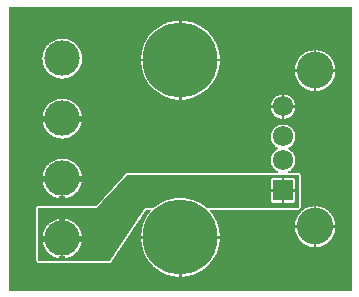
<source format=gbl>
%FSLAX33Y33*%
%MOMM*%
%AMRect-W1720000-H1720000-RO1.500*
21,1,1.72,1.72,0.,0.,90*%
%ADD10C,0.0508*%
%ADD11C,3.*%
%ADD12C,6.35*%
%ADD13C,1.72*%
%ADD14C,3.1*%
%ADD15Rect-W1720000-H1720000-RO1.500*%
D10*
%LNpour fill*%
G01*
X29475Y24475D02*
X29475Y24475D01*
X0525Y24475*
X0525Y0525*
X29475Y0525*
X29475Y24475*
X14924Y16629D02*
X14924Y16629D01*
X14924Y16850*
X15076Y16850*
X15076Y16629*
X15091Y16614*
X15355Y16614*
X15357Y16614*
X16051Y16762*
X16053Y16762*
X16701Y17051*
X16703Y17052*
X17277Y17469*
X17279Y17471*
X17754Y17998*
X17755Y18000*
X18110Y18614*
X18111Y18616*
X18330Y19291*
X18330Y19293*
X18395Y19907*
X18380Y19924*
X18150Y19924*
X18150Y20076*
X18380Y20076*
X18395Y20093*
X18330Y20707*
X18330Y20709*
X18111Y21384*
X18110Y21386*
X17755Y22000*
X17754Y22002*
X17279Y22529*
X17277Y22531*
X16703Y22948*
X16701Y22949*
X16053Y23238*
X16051Y23238*
X15357Y23386*
X15355Y23386*
X15091Y23386*
X15076Y23371*
X15076Y23150*
X14924Y23150*
X14924Y23371*
X14909Y23386*
X14645Y23386*
X14643Y23386*
X13949Y23238*
X13947Y23238*
X13299Y22949*
X13297Y22948*
X12723Y22531*
X12721Y22529*
X12246Y22002*
X12245Y22000*
X11890Y21386*
X11889Y21384*
X11670Y20709*
X11670Y20707*
X11605Y20093*
X11620Y20076*
X11850Y20076*
X11850Y19924*
X11620Y19924*
X11605Y19907*
X11670Y19293*
X11670Y19291*
X11889Y18616*
X11890Y18614*
X12245Y18000*
X12246Y17998*
X12721Y17471*
X12723Y17469*
X13297Y17052*
X13299Y17051*
X13947Y16762*
X13949Y16762*
X14643Y16614*
X14645Y16614*
X14909Y16614*
X14924Y16629*
X5383Y18433D02*
X5383Y18433D01*
X5386Y18434*
X5749Y18561*
X5752Y18562*
X6077Y18767*
X6080Y18769*
X6351Y19040*
X6353Y19043*
X6558Y19368*
X6559Y19371*
X6686Y19734*
X6687Y19737*
X6730Y20119*
X6730Y20121*
X6687Y20503*
X6686Y20506*
X6559Y20869*
X6558Y20872*
X6353Y21197*
X6351Y21200*
X6080Y21471*
X6077Y21473*
X5752Y21678*
X5749Y21679*
X5386Y21806*
X5383Y21807*
X5001Y21850*
X4999Y21850*
X4617Y21807*
X4614Y21806*
X4251Y21679*
X4248Y21678*
X3923Y21473*
X3920Y21471*
X3649Y21200*
X3647Y21197*
X3442Y20872*
X3441Y20869*
X3314Y20506*
X3313Y20503*
X3270Y20121*
X3270Y20119*
X3313Y19737*
X3314Y19734*
X3441Y19371*
X3442Y19368*
X3647Y19043*
X3649Y19040*
X3920Y18769*
X3923Y18767*
X4248Y18562*
X4251Y18561*
X4614Y18434*
X4617Y18433*
X4999Y18390*
X5001Y18390*
X5383Y18433*
X26805Y17375D02*
X26805Y17375D01*
X26807Y17375*
X27181Y17506*
X27183Y17507*
X27518Y17718*
X27521Y17720*
X27800Y17999*
X27802Y18002*
X28013Y18337*
X28014Y18339*
X28145Y18713*
X28145Y18715*
X28179Y19017*
X28164Y19034*
X27935Y19034*
X27935Y19186*
X28164Y19186*
X28179Y19203*
X28145Y19505*
X28145Y19507*
X28014Y19881*
X28013Y19883*
X27802Y20218*
X27800Y20221*
X27521Y20500*
X27518Y20502*
X27183Y20713*
X27181Y20714*
X26807Y20845*
X26805Y20845*
X26503Y20879*
X26486Y20864*
X26486Y20635*
X26334Y20635*
X26334Y20864*
X26317Y20879*
X26015Y20845*
X26013Y20845*
X25639Y20714*
X25637Y20713*
X25302Y20502*
X25299Y20500*
X25020Y20221*
X25018Y20218*
X24807Y19883*
X24806Y19881*
X24675Y19507*
X24675Y19505*
X24641Y19203*
X24656Y19186*
X24885Y19186*
X24885Y19034*
X24656Y19034*
X24641Y19017*
X24675Y18715*
X24675Y18713*
X24806Y18339*
X24807Y18337*
X25018Y18002*
X25020Y17999*
X25299Y17720*
X25302Y17718*
X25637Y17507*
X25639Y17506*
X26013Y17375*
X26015Y17375*
X26317Y17341*
X26334Y17356*
X26334Y17585*
X26486Y17585*
X26486Y17356*
X26503Y17341*
X26805Y17375*
X23624Y14973D02*
X23624Y14973D01*
X23624Y15212*
X23776Y15212*
X23776Y14973*
X23791Y14958*
X23830Y14958*
X23833Y14959*
X24085Y15021*
X24088Y15022*
X24318Y15142*
X24320Y15144*
X24515Y15316*
X24517Y15319*
X24664Y15532*
X24666Y15535*
X24758Y15778*
X24758Y15781*
X24778Y15947*
X24763Y15964*
X24535Y15964*
X24535Y16116*
X24763Y16116*
X24778Y16133*
X24758Y16299*
X24758Y16302*
X24666Y16545*
X24664Y16548*
X24517Y16761*
X24515Y16764*
X24320Y16936*
X24318Y16938*
X24088Y17058*
X24085Y17059*
X23833Y17121*
X23830Y17122*
X23791Y17122*
X23776Y17107*
X23776Y16868*
X23624Y16868*
X23624Y17107*
X23609Y17122*
X23570Y17122*
X23567Y17121*
X23315Y17059*
X23312Y17058*
X23082Y16938*
X23080Y16936*
X22885Y16764*
X22883Y16761*
X22736Y16548*
X22734Y16545*
X22642Y16302*
X22642Y16299*
X22622Y16133*
X22637Y16116*
X22865Y16116*
X22865Y15964*
X22637Y15964*
X22622Y15947*
X22642Y15781*
X22642Y15778*
X22734Y15535*
X22736Y15532*
X22883Y15319*
X22885Y15316*
X23080Y15144*
X23082Y15142*
X23312Y15022*
X23315Y15021*
X23567Y14959*
X23570Y14958*
X23609Y14958*
X23624Y14973*
X5383Y13353D02*
X5383Y13353D01*
X5386Y13354*
X5749Y13481*
X5752Y13482*
X6077Y13687*
X6080Y13689*
X6351Y13960*
X6353Y13963*
X6558Y14288*
X6559Y14291*
X6686Y14654*
X6687Y14657*
X6705Y14823*
X6690Y14840*
X6475Y14840*
X6475Y15240*
X6690Y15240*
X6705Y15257*
X6687Y15423*
X6686Y15426*
X6559Y15789*
X6558Y15792*
X6353Y16117*
X6351Y16120*
X6080Y16391*
X6077Y16393*
X5752Y16598*
X5749Y16599*
X5386Y16726*
X5383Y16727*
X5001Y16770*
X4999Y16770*
X4617Y16727*
X4614Y16726*
X4251Y16599*
X4248Y16598*
X3923Y16393*
X3920Y16391*
X3649Y16120*
X3647Y16117*
X3442Y15792*
X3441Y15789*
X3314Y15426*
X3313Y15423*
X3295Y15257*
X3310Y15240*
X3525Y15240*
X3525Y14840*
X3310Y14840*
X3295Y14823*
X3313Y14657*
X3314Y14654*
X3441Y14291*
X3442Y14288*
X3647Y13963*
X3649Y13960*
X3920Y13689*
X3923Y13687*
X4248Y13482*
X4251Y13481*
X4614Y13354*
X4617Y13353*
X4999Y13310*
X5001Y13310*
X5383Y13353*
X14924Y1629D02*
X14924Y1629D01*
X14924Y1850*
X15076Y1850*
X15076Y1629*
X15091Y1614*
X15355Y1614*
X15357Y1614*
X16051Y1762*
X16053Y1762*
X16701Y2051*
X16703Y2052*
X17277Y2469*
X17279Y2471*
X17754Y2998*
X17755Y3000*
X18110Y3614*
X18111Y3616*
X18330Y4291*
X18330Y4293*
X18395Y4907*
X18380Y4924*
X18150Y4924*
X18150Y5076*
X18380Y5076*
X18395Y5093*
X18330Y5707*
X18330Y5709*
X18111Y6384*
X18110Y6386*
X17755Y7000*
X17754Y7002*
X17552Y7226*
X17572Y7271*
X25001Y7271*
X25002Y7271*
X25044Y7276*
X25046Y7276*
X25087Y7289*
X25090Y7290*
X25127Y7310*
X25129Y7311*
X25162Y7339*
X25164Y7341*
X25191Y7374*
X25192Y7376*
X25212Y7414*
X25213Y7416*
X25225Y7457*
X25225Y7460*
X25229Y7498*
X25229Y7499*
X25229Y10251*
X25229Y10252*
X25224Y10294*
X25224Y10296*
X25211Y10337*
X25210Y10340*
X25190Y10377*
X25189Y10379*
X25161Y10412*
X25159Y10414*
X25126Y10441*
X25124Y10442*
X25086Y10462*
X25084Y10463*
X25043Y10475*
X25040Y10475*
X25002Y10479*
X25001Y10479*
X24207Y10479*
X24192Y10537*
X24318Y10602*
X24320Y10604*
X24515Y10776*
X24517Y10779*
X24664Y10992*
X24666Y10995*
X24758Y11238*
X24758Y11241*
X24790Y11498*
X24790Y11502*
X24758Y11759*
X24758Y11762*
X24666Y12005*
X24664Y12008*
X24517Y12221*
X24515Y12224*
X24320Y12396*
X24318Y12398*
X24166Y12477*
X24166Y12523*
X24318Y12602*
X24320Y12604*
X24515Y12776*
X24517Y12779*
X24664Y12992*
X24666Y12995*
X24758Y13238*
X24758Y13241*
X24790Y13498*
X24790Y13502*
X24758Y13759*
X24758Y13762*
X24666Y14005*
X24664Y14008*
X24517Y14221*
X24515Y14224*
X24320Y14396*
X24318Y14398*
X24088Y14518*
X24085Y14519*
X23833Y14581*
X23830Y14582*
X23570Y14582*
X23567Y14581*
X23315Y14519*
X23312Y14518*
X23082Y14398*
X23080Y14396*
X22885Y14224*
X22883Y14221*
X22736Y14008*
X22734Y14005*
X22642Y13762*
X22642Y13759*
X22610Y13502*
X22610Y13498*
X22642Y13241*
X22642Y13238*
X22734Y12995*
X22736Y12992*
X22883Y12779*
X22885Y12776*
X23080Y12604*
X23082Y12602*
X23234Y12523*
X23234Y12477*
X23082Y12398*
X23080Y12396*
X22885Y12224*
X22883Y12221*
X22736Y12008*
X22734Y12005*
X22642Y11762*
X22642Y11759*
X22610Y11502*
X22610Y11498*
X22642Y11241*
X22642Y11238*
X22734Y10995*
X22736Y10992*
X22883Y10779*
X22885Y10776*
X23080Y10604*
X23082Y10602*
X23208Y10537*
X23193Y10479*
X10499Y10479*
X10498Y10479*
X10456Y10474*
X10454Y10474*
X10413Y10461*
X10410Y10460*
X10373Y10440*
X10370Y10438*
X10332Y10405*
X10331Y10404*
X7899Y7729*
X2999Y7729*
X2998Y7729*
X2956Y7724*
X2954Y7724*
X2913Y7711*
X2910Y7710*
X2873Y7690*
X2871Y7689*
X2838Y7661*
X2836Y7659*
X2809Y7626*
X2808Y7624*
X2788Y7586*
X2787Y7584*
X2775Y7543*
X2775Y7540*
X2771Y7502*
X2771Y7501*
X2771Y2999*
X2771Y2998*
X2776Y2956*
X2776Y2954*
X2789Y2913*
X2790Y2910*
X2810Y2873*
X2811Y2871*
X2839Y2838*
X2841Y2836*
X2874Y2809*
X2876Y2808*
X2914Y2788*
X2916Y2787*
X2957Y2775*
X2960Y2775*
X2998Y2771*
X2999Y2771*
X9001Y2771*
X9002Y2771*
X9044Y2776*
X9046Y2776*
X9087Y2789*
X9090Y2790*
X9127Y2810*
X9129Y2811*
X9162Y2839*
X9164Y2841*
X9189Y2872*
X9190Y2873*
X12122Y7271*
X12428Y7271*
X12448Y7226*
X12246Y7002*
X12245Y7000*
X11890Y6386*
X11889Y6384*
X11670Y5709*
X11670Y5707*
X11605Y5093*
X11620Y5076*
X11850Y5076*
X11850Y4924*
X11620Y4924*
X11605Y4907*
X11670Y4293*
X11670Y4291*
X11889Y3616*
X11890Y3614*
X12245Y3000*
X12246Y2998*
X12721Y2471*
X12723Y2469*
X13297Y2052*
X13299Y2051*
X13947Y1762*
X13949Y1762*
X14643Y1614*
X14645Y1614*
X14909Y1614*
X14924Y1629*
X5383Y8273D02*
X5383Y8273D01*
X5386Y8274*
X5749Y8401*
X5752Y8402*
X6077Y8607*
X6080Y8609*
X6351Y8880*
X6353Y8883*
X6558Y9208*
X6559Y9211*
X6686Y9574*
X6687Y9577*
X6705Y9743*
X6690Y9760*
X6475Y9760*
X6475Y10160*
X6690Y10160*
X6705Y10177*
X6687Y10343*
X6686Y10346*
X6559Y10709*
X6558Y10712*
X6353Y11037*
X6351Y11040*
X6080Y11311*
X6077Y11313*
X5752Y11518*
X5749Y11519*
X5386Y11646*
X5383Y11647*
X5001Y11690*
X4999Y11690*
X4617Y11647*
X4614Y11646*
X4251Y11519*
X4248Y11518*
X3923Y11313*
X3920Y11311*
X3649Y11040*
X3647Y11037*
X3442Y10712*
X3441Y10709*
X3314Y10346*
X3313Y10343*
X3295Y10177*
X3310Y10160*
X3525Y10160*
X3525Y9760*
X3310Y9760*
X3295Y9743*
X3313Y9577*
X3314Y9574*
X3441Y9211*
X3442Y9208*
X3647Y8883*
X3649Y8880*
X3920Y8609*
X3923Y8607*
X4248Y8402*
X4251Y8401*
X4614Y8274*
X4617Y8273*
X4783Y8255*
X4800Y8270*
X4800Y8485*
X5200Y8485*
X5200Y8270*
X5217Y8255*
X5383Y8273*
X26805Y4155D02*
X26805Y4155D01*
X26807Y4155*
X27181Y4286*
X27183Y4287*
X27518Y4498*
X27521Y4500*
X27800Y4779*
X27802Y4782*
X28013Y5117*
X28014Y5119*
X28145Y5493*
X28145Y5495*
X28179Y5797*
X28164Y5814*
X27935Y5814*
X27935Y5966*
X28164Y5966*
X28179Y5983*
X28145Y6285*
X28145Y6287*
X28014Y6661*
X28013Y6663*
X27802Y6998*
X27800Y7001*
X27521Y7280*
X27518Y7282*
X27183Y7493*
X27181Y7494*
X26807Y7625*
X26805Y7625*
X26503Y7659*
X26486Y7644*
X26486Y7415*
X26334Y7415*
X26334Y7644*
X26317Y7659*
X26015Y7625*
X26013Y7625*
X25639Y7494*
X25637Y7493*
X25302Y7282*
X25299Y7280*
X25020Y7001*
X25018Y6998*
X24807Y6663*
X24806Y6661*
X24675Y6287*
X24675Y6285*
X24641Y5983*
X24656Y5966*
X24885Y5966*
X24885Y5814*
X24656Y5814*
X24641Y5797*
X24675Y5495*
X24675Y5493*
X24806Y5119*
X24807Y5117*
X25018Y4782*
X25020Y4779*
X25299Y4500*
X25302Y4498*
X25637Y4287*
X25639Y4286*
X26013Y4155*
X26015Y4155*
X26317Y4121*
X26334Y4136*
X26334Y4365*
X26486Y4365*
X26486Y4136*
X26503Y4121*
X26805Y4155*
X0525Y0550D02*
X29475Y0550D01*
X0525Y0599D02*
X29475Y0599D01*
X0525Y0649D02*
X29475Y0649D01*
X0525Y0698D02*
X29475Y0698D01*
X0525Y0748D02*
X29475Y0748D01*
X0525Y0797D02*
X29475Y0797D01*
X0525Y0847D02*
X29475Y0847D01*
X0525Y0896D02*
X29475Y0896D01*
X0525Y0946D02*
X29475Y0946D01*
X0525Y0995D02*
X29475Y0995D01*
X0525Y1045D02*
X29475Y1045D01*
X0525Y1094D02*
X29475Y1094D01*
X0525Y1144D02*
X29475Y1144D01*
X0525Y1193D02*
X29475Y1193D01*
X0525Y1243D02*
X29475Y1243D01*
X0525Y1292D02*
X29475Y1292D01*
X0525Y1342D02*
X29475Y1342D01*
X0525Y1392D02*
X29475Y1392D01*
X0525Y1441D02*
X29475Y1441D01*
X0525Y1491D02*
X29475Y1491D01*
X0525Y1540D02*
X29475Y1540D01*
X0525Y1590D02*
X29475Y1590D01*
X0525Y1639D02*
X14525Y1639D01*
X14924Y1639D02*
X15076Y1639D01*
X15475Y1639D02*
X29475Y1639D01*
X0525Y1689D02*
X14292Y1689D01*
X14924Y1689D02*
X15076Y1689D01*
X15708Y1689D02*
X29475Y1689D01*
X0525Y1738D02*
X14059Y1738D01*
X14924Y1738D02*
X15076Y1738D01*
X15941Y1738D02*
X29475Y1738D01*
X0525Y1788D02*
X13890Y1788D01*
X14924Y1788D02*
X15076Y1788D01*
X16110Y1788D02*
X29475Y1788D01*
X0525Y1837D02*
X13779Y1837D01*
X14924Y1837D02*
X15076Y1837D01*
X16221Y1837D02*
X29475Y1837D01*
X0525Y1887D02*
X13667Y1887D01*
X16333Y1887D02*
X29475Y1887D01*
X0525Y1936D02*
X13556Y1936D01*
X16444Y1936D02*
X29475Y1936D01*
X0525Y1986D02*
X13445Y1986D01*
X16555Y1986D02*
X29475Y1986D01*
X0525Y2035D02*
X13334Y2035D01*
X16666Y2035D02*
X29475Y2035D01*
X0525Y2085D02*
X13251Y2085D01*
X16749Y2085D02*
X29475Y2085D01*
X0525Y2134D02*
X13183Y2134D01*
X16817Y2134D02*
X29475Y2134D01*
X0525Y2184D02*
X13115Y2184D01*
X16885Y2184D02*
X29475Y2184D01*
X0525Y2234D02*
X13047Y2234D01*
X16953Y2234D02*
X29475Y2234D01*
X0525Y2283D02*
X12979Y2283D01*
X17021Y2283D02*
X29475Y2283D01*
X0525Y2333D02*
X12911Y2333D01*
X17089Y2333D02*
X29475Y2333D01*
X0525Y2382D02*
X12842Y2382D01*
X17158Y2382D02*
X29475Y2382D01*
X0525Y2432D02*
X12774Y2432D01*
X17226Y2432D02*
X29475Y2432D01*
X0525Y2481D02*
X12712Y2481D01*
X17288Y2481D02*
X29475Y2481D01*
X0525Y2531D02*
X12667Y2531D01*
X17333Y2531D02*
X29475Y2531D01*
X0525Y2580D02*
X12622Y2580D01*
X17378Y2580D02*
X29475Y2580D01*
X0525Y2630D02*
X12578Y2630D01*
X17422Y2630D02*
X29475Y2630D01*
X0525Y2679D02*
X12533Y2679D01*
X17467Y2679D02*
X29475Y2679D01*
X0525Y2729D02*
X12489Y2729D01*
X17511Y2729D02*
X29475Y2729D01*
X0525Y2778D02*
X2947Y2778D01*
X9054Y2778D02*
X12444Y2778D01*
X17556Y2778D02*
X29475Y2778D01*
X0525Y2828D02*
X2851Y2828D01*
X9149Y2828D02*
X12399Y2828D01*
X17601Y2828D02*
X29475Y2828D01*
X0525Y2877D02*
X2808Y2877D01*
X9193Y2877D02*
X12355Y2877D01*
X17645Y2877D02*
X29475Y2877D01*
X0525Y2927D02*
X2784Y2927D01*
X9226Y2927D02*
X12310Y2927D01*
X17690Y2927D02*
X29475Y2927D01*
X0525Y2977D02*
X2774Y2977D01*
X9259Y2977D02*
X12266Y2977D01*
X17734Y2977D02*
X29475Y2977D01*
X0525Y3026D02*
X2771Y3026D01*
X9292Y3026D02*
X12230Y3026D01*
X17770Y3026D02*
X29475Y3026D01*
X0525Y3076D02*
X2771Y3076D01*
X9325Y3076D02*
X12201Y3076D01*
X17799Y3076D02*
X29475Y3076D01*
X0525Y3125D02*
X2771Y3125D01*
X9358Y3125D02*
X12173Y3125D01*
X17827Y3125D02*
X29475Y3125D01*
X0525Y3175D02*
X2771Y3175D01*
X9391Y3175D02*
X12144Y3175D01*
X17856Y3175D02*
X29475Y3175D01*
X0525Y3224D02*
X2771Y3224D01*
X9424Y3224D02*
X12115Y3224D01*
X17885Y3224D02*
X29475Y3224D01*
X0525Y3274D02*
X2771Y3274D01*
X9457Y3274D02*
X12087Y3274D01*
X17913Y3274D02*
X29475Y3274D01*
X0525Y3323D02*
X2771Y3323D01*
X9490Y3323D02*
X12058Y3323D01*
X17942Y3323D02*
X29475Y3323D01*
X0525Y3373D02*
X2771Y3373D01*
X9523Y3373D02*
X12030Y3373D01*
X17970Y3373D02*
X29475Y3373D01*
X0525Y3422D02*
X2771Y3422D01*
X9556Y3422D02*
X12001Y3422D01*
X17999Y3422D02*
X29475Y3422D01*
X0525Y3472D02*
X2771Y3472D01*
X9589Y3472D02*
X11972Y3472D01*
X18028Y3472D02*
X29475Y3472D01*
X0525Y3521D02*
X2771Y3521D01*
X9622Y3521D02*
X11944Y3521D01*
X18056Y3521D02*
X29475Y3521D01*
X0525Y3571D02*
X2771Y3571D01*
X9655Y3571D02*
X11915Y3571D01*
X18085Y3571D02*
X29475Y3571D01*
X0525Y3620D02*
X2771Y3620D01*
X9688Y3620D02*
X11888Y3620D01*
X18112Y3620D02*
X29475Y3620D01*
X0525Y3670D02*
X2771Y3670D01*
X9721Y3670D02*
X11872Y3670D01*
X18128Y3670D02*
X29475Y3670D01*
X0525Y3719D02*
X2771Y3719D01*
X9754Y3719D02*
X11856Y3719D01*
X18144Y3719D02*
X29475Y3719D01*
X0525Y3769D02*
X2771Y3769D01*
X9787Y3769D02*
X11840Y3769D01*
X18160Y3769D02*
X29475Y3769D01*
X0525Y3819D02*
X2771Y3819D01*
X9820Y3819D02*
X11824Y3819D01*
X18176Y3819D02*
X29475Y3819D01*
X0525Y3868D02*
X2771Y3868D01*
X9853Y3868D02*
X11807Y3868D01*
X18193Y3868D02*
X29475Y3868D01*
X0525Y3918D02*
X2771Y3918D01*
X9886Y3918D02*
X11791Y3918D01*
X18209Y3918D02*
X29475Y3918D01*
X0525Y3967D02*
X2771Y3967D01*
X9919Y3967D02*
X11775Y3967D01*
X18225Y3967D02*
X29475Y3967D01*
X0525Y4017D02*
X2771Y4017D01*
X9952Y4017D02*
X11759Y4017D01*
X18241Y4017D02*
X29475Y4017D01*
X0525Y4066D02*
X2771Y4066D01*
X9986Y4066D02*
X11743Y4066D01*
X18257Y4066D02*
X29475Y4066D01*
X0525Y4116D02*
X2771Y4116D01*
X10019Y4116D02*
X11727Y4116D01*
X18273Y4116D02*
X29475Y4116D01*
X0525Y4165D02*
X2771Y4165D01*
X10052Y4165D02*
X11711Y4165D01*
X18289Y4165D02*
X25984Y4165D01*
X26334Y4165D02*
X26486Y4165D01*
X26836Y4165D02*
X29475Y4165D01*
X0525Y4215D02*
X2771Y4215D01*
X10085Y4215D02*
X11695Y4215D01*
X18305Y4215D02*
X25843Y4215D01*
X26334Y4215D02*
X26486Y4215D01*
X26977Y4215D02*
X29475Y4215D01*
X0525Y4264D02*
X2771Y4264D01*
X10118Y4264D02*
X11679Y4264D01*
X18321Y4264D02*
X25701Y4264D01*
X26334Y4264D02*
X26486Y4264D01*
X27119Y4264D02*
X29475Y4264D01*
X0525Y4314D02*
X2771Y4314D01*
X10151Y4314D02*
X11667Y4314D01*
X18333Y4314D02*
X25594Y4314D01*
X26334Y4314D02*
X26486Y4314D01*
X27226Y4314D02*
X29475Y4314D01*
X0525Y4363D02*
X2771Y4363D01*
X10184Y4363D02*
X11662Y4363D01*
X18338Y4363D02*
X25515Y4363D01*
X26334Y4363D02*
X26486Y4363D01*
X27305Y4363D02*
X29475Y4363D01*
X0525Y4413D02*
X2771Y4413D01*
X10217Y4413D02*
X11657Y4413D01*
X18343Y4413D02*
X25437Y4413D01*
X27383Y4413D02*
X29475Y4413D01*
X0525Y4462D02*
X2771Y4462D01*
X10250Y4462D02*
X11652Y4462D01*
X18348Y4462D02*
X25358Y4462D01*
X27462Y4462D02*
X29475Y4462D01*
X0525Y4512D02*
X2771Y4512D01*
X10283Y4512D02*
X11647Y4512D01*
X18353Y4512D02*
X25287Y4512D01*
X27533Y4512D02*
X29475Y4512D01*
X0525Y4561D02*
X2771Y4561D01*
X10316Y4561D02*
X11641Y4561D01*
X18359Y4561D02*
X25237Y4561D01*
X27583Y4561D02*
X29475Y4561D01*
X0525Y4611D02*
X2771Y4611D01*
X10349Y4611D02*
X11636Y4611D01*
X18364Y4611D02*
X25188Y4611D01*
X27632Y4611D02*
X29475Y4611D01*
X0525Y4661D02*
X2771Y4661D01*
X10382Y4661D02*
X11631Y4661D01*
X18369Y4661D02*
X25138Y4661D01*
X27682Y4661D02*
X29475Y4661D01*
X0525Y4710D02*
X2771Y4710D01*
X10415Y4710D02*
X11626Y4710D01*
X18374Y4710D02*
X25089Y4710D01*
X27731Y4710D02*
X29475Y4710D01*
X0525Y4760D02*
X2771Y4760D01*
X10448Y4760D02*
X11621Y4760D01*
X18379Y4760D02*
X25039Y4760D01*
X27781Y4760D02*
X29475Y4760D01*
X0525Y4809D02*
X2771Y4809D01*
X10481Y4809D02*
X11615Y4809D01*
X18385Y4809D02*
X25000Y4809D01*
X27820Y4809D02*
X29475Y4809D01*
X0525Y4859D02*
X2771Y4859D01*
X10514Y4859D02*
X11610Y4859D01*
X18390Y4859D02*
X24969Y4859D01*
X27851Y4859D02*
X29475Y4859D01*
X0525Y4908D02*
X2771Y4908D01*
X10547Y4908D02*
X11606Y4908D01*
X18394Y4908D02*
X24938Y4908D01*
X27882Y4908D02*
X29475Y4908D01*
X0525Y4958D02*
X2771Y4958D01*
X10580Y4958D02*
X11850Y4958D01*
X18150Y4958D02*
X24907Y4958D01*
X27913Y4958D02*
X29475Y4958D01*
X0525Y5007D02*
X2771Y5007D01*
X10613Y5007D02*
X11850Y5007D01*
X18150Y5007D02*
X24876Y5007D01*
X27944Y5007D02*
X29475Y5007D01*
X0525Y5057D02*
X2771Y5057D01*
X10646Y5057D02*
X11850Y5057D01*
X18150Y5057D02*
X24845Y5057D01*
X27975Y5057D02*
X29475Y5057D01*
X0525Y5106D02*
X2771Y5106D01*
X10679Y5106D02*
X11606Y5106D01*
X18394Y5106D02*
X24814Y5106D01*
X28006Y5106D02*
X29475Y5106D01*
X0525Y5156D02*
X2771Y5156D01*
X10712Y5156D02*
X11612Y5156D01*
X18388Y5156D02*
X24793Y5156D01*
X28027Y5156D02*
X29475Y5156D01*
X0525Y5205D02*
X2771Y5205D01*
X10745Y5205D02*
X11617Y5205D01*
X18383Y5205D02*
X24776Y5205D01*
X28044Y5205D02*
X29475Y5205D01*
X0525Y5255D02*
X2771Y5255D01*
X10778Y5255D02*
X11622Y5255D01*
X18378Y5255D02*
X24759Y5255D01*
X28061Y5255D02*
X29475Y5255D01*
X0525Y5304D02*
X2771Y5304D01*
X10811Y5304D02*
X11627Y5304D01*
X18373Y5304D02*
X24741Y5304D01*
X28079Y5304D02*
X29475Y5304D01*
X0525Y5354D02*
X2771Y5354D01*
X10844Y5354D02*
X11632Y5354D01*
X18368Y5354D02*
X24724Y5354D01*
X28096Y5354D02*
X29475Y5354D01*
X0525Y5403D02*
X2771Y5403D01*
X10877Y5403D02*
X11638Y5403D01*
X18362Y5403D02*
X24707Y5403D01*
X28113Y5403D02*
X29475Y5403D01*
X0525Y5453D02*
X2771Y5453D01*
X10910Y5453D02*
X11643Y5453D01*
X18357Y5453D02*
X24689Y5453D01*
X28131Y5453D02*
X29475Y5453D01*
X0525Y5503D02*
X2771Y5503D01*
X10943Y5503D02*
X11648Y5503D01*
X18352Y5503D02*
X24674Y5503D01*
X28146Y5503D02*
X29475Y5503D01*
X0525Y5552D02*
X2771Y5552D01*
X10976Y5552D02*
X11653Y5552D01*
X18347Y5552D02*
X24668Y5552D01*
X28152Y5552D02*
X29475Y5552D01*
X0525Y5602D02*
X2771Y5602D01*
X11009Y5602D02*
X11658Y5602D01*
X18342Y5602D02*
X24663Y5602D01*
X28157Y5602D02*
X29475Y5602D01*
X0525Y5651D02*
X2771Y5651D01*
X11042Y5651D02*
X11664Y5651D01*
X18336Y5651D02*
X24657Y5651D01*
X28163Y5651D02*
X29475Y5651D01*
X0525Y5701D02*
X2771Y5701D01*
X11075Y5701D02*
X11669Y5701D01*
X18331Y5701D02*
X24652Y5701D01*
X28168Y5701D02*
X29475Y5701D01*
X0525Y5750D02*
X2771Y5750D01*
X11108Y5750D02*
X11683Y5750D01*
X18317Y5750D02*
X24646Y5750D01*
X28174Y5750D02*
X29475Y5750D01*
X0525Y5800D02*
X2771Y5800D01*
X11141Y5800D02*
X11699Y5800D01*
X18301Y5800D02*
X24643Y5800D01*
X28177Y5800D02*
X29475Y5800D01*
X0525Y5849D02*
X2771Y5849D01*
X11174Y5849D02*
X11716Y5849D01*
X18284Y5849D02*
X24885Y5849D01*
X27935Y5849D02*
X29475Y5849D01*
X0525Y5899D02*
X2771Y5899D01*
X11207Y5899D02*
X11732Y5899D01*
X18268Y5899D02*
X24885Y5899D01*
X27935Y5899D02*
X29475Y5899D01*
X0525Y5948D02*
X2771Y5948D01*
X11240Y5948D02*
X11748Y5948D01*
X18252Y5948D02*
X24885Y5948D01*
X27935Y5948D02*
X29475Y5948D01*
X0525Y5998D02*
X2771Y5998D01*
X11273Y5998D02*
X11764Y5998D01*
X18236Y5998D02*
X24642Y5998D01*
X28178Y5998D02*
X29475Y5998D01*
X0525Y6047D02*
X2771Y6047D01*
X11306Y6047D02*
X11780Y6047D01*
X18220Y6047D02*
X24648Y6047D01*
X28172Y6047D02*
X29475Y6047D01*
X0525Y6097D02*
X2771Y6097D01*
X11339Y6097D02*
X11796Y6097D01*
X18204Y6097D02*
X24654Y6097D01*
X28166Y6097D02*
X29475Y6097D01*
X0525Y6146D02*
X2771Y6146D01*
X11372Y6146D02*
X11812Y6146D01*
X18188Y6146D02*
X24659Y6146D01*
X28161Y6146D02*
X29475Y6146D01*
X0525Y6196D02*
X2771Y6196D01*
X11405Y6196D02*
X11828Y6196D01*
X18172Y6196D02*
X24665Y6196D01*
X28155Y6196D02*
X29475Y6196D01*
X0525Y6245D02*
X2771Y6245D01*
X11438Y6245D02*
X11844Y6245D01*
X18156Y6245D02*
X24670Y6245D01*
X28150Y6245D02*
X29475Y6245D01*
X0525Y6295D02*
X2771Y6295D01*
X11471Y6295D02*
X11860Y6295D01*
X18140Y6295D02*
X24678Y6295D01*
X28142Y6295D02*
X29475Y6295D01*
X0525Y6345D02*
X2771Y6345D01*
X11504Y6345D02*
X11877Y6345D01*
X18123Y6345D02*
X24695Y6345D01*
X28125Y6345D02*
X29475Y6345D01*
X0525Y6394D02*
X2771Y6394D01*
X11537Y6394D02*
X11895Y6394D01*
X18105Y6394D02*
X24713Y6394D01*
X28107Y6394D02*
X29475Y6394D01*
X0525Y6444D02*
X2771Y6444D01*
X11570Y6444D02*
X11924Y6444D01*
X18076Y6444D02*
X24730Y6444D01*
X28090Y6444D02*
X29475Y6444D01*
X0525Y6493D02*
X2771Y6493D01*
X11603Y6493D02*
X11952Y6493D01*
X18048Y6493D02*
X24747Y6493D01*
X28073Y6493D02*
X29475Y6493D01*
X0525Y6543D02*
X2771Y6543D01*
X11637Y6543D02*
X11981Y6543D01*
X18019Y6543D02*
X24765Y6543D01*
X28055Y6543D02*
X29475Y6543D01*
X0525Y6592D02*
X2771Y6592D01*
X11670Y6592D02*
X12009Y6592D01*
X17991Y6592D02*
X24782Y6592D01*
X28038Y6592D02*
X29475Y6592D01*
X0525Y6642D02*
X2771Y6642D01*
X11703Y6642D02*
X12038Y6642D01*
X17962Y6642D02*
X24799Y6642D01*
X28021Y6642D02*
X29475Y6642D01*
X0525Y6691D02*
X2771Y6691D01*
X11736Y6691D02*
X12067Y6691D01*
X17933Y6691D02*
X24825Y6691D01*
X27995Y6691D02*
X29475Y6691D01*
X0525Y6741D02*
X2771Y6741D01*
X11769Y6741D02*
X12095Y6741D01*
X17905Y6741D02*
X24856Y6741D01*
X27964Y6741D02*
X29475Y6741D01*
X0525Y6790D02*
X2771Y6790D01*
X11802Y6790D02*
X12124Y6790D01*
X17876Y6790D02*
X24887Y6790D01*
X27933Y6790D02*
X29475Y6790D01*
X0525Y6840D02*
X2771Y6840D01*
X11835Y6840D02*
X12152Y6840D01*
X17848Y6840D02*
X24918Y6840D01*
X27902Y6840D02*
X29475Y6840D01*
X0525Y6889D02*
X2771Y6889D01*
X11868Y6889D02*
X12181Y6889D01*
X17819Y6889D02*
X24949Y6889D01*
X27871Y6889D02*
X29475Y6889D01*
X0525Y6939D02*
X2771Y6939D01*
X11901Y6939D02*
X12210Y6939D01*
X17790Y6939D02*
X24980Y6939D01*
X27840Y6939D02*
X29475Y6939D01*
X0525Y6988D02*
X2771Y6988D01*
X11934Y6988D02*
X12238Y6988D01*
X17762Y6988D02*
X25011Y6988D01*
X27809Y6988D02*
X29475Y6988D01*
X0525Y7038D02*
X2771Y7038D01*
X11967Y7038D02*
X12279Y7038D01*
X17721Y7038D02*
X25057Y7038D01*
X27763Y7038D02*
X29475Y7038D01*
X0525Y7087D02*
X2771Y7087D01*
X12000Y7087D02*
X12323Y7087D01*
X17677Y7087D02*
X25106Y7087D01*
X27714Y7087D02*
X29475Y7087D01*
X0525Y7137D02*
X2771Y7137D01*
X12033Y7137D02*
X12368Y7137D01*
X17632Y7137D02*
X25156Y7137D01*
X27664Y7137D02*
X29475Y7137D01*
X0525Y7187D02*
X2771Y7187D01*
X12066Y7187D02*
X12412Y7187D01*
X17588Y7187D02*
X25205Y7187D01*
X27615Y7187D02*
X29475Y7187D01*
X0525Y7236D02*
X2771Y7236D01*
X12099Y7236D02*
X12444Y7236D01*
X17556Y7236D02*
X25255Y7236D01*
X27565Y7236D02*
X29475Y7236D01*
X0525Y7286D02*
X2771Y7286D01*
X25077Y7286D02*
X25307Y7286D01*
X27513Y7286D02*
X29475Y7286D01*
X0525Y7335D02*
X2771Y7335D01*
X25158Y7335D02*
X25386Y7335D01*
X27434Y7335D02*
X29475Y7335D01*
X0525Y7385D02*
X2771Y7385D01*
X25197Y7385D02*
X25465Y7385D01*
X27355Y7385D02*
X29475Y7385D01*
X0525Y7434D02*
X2771Y7434D01*
X25218Y7434D02*
X25543Y7434D01*
X26334Y7434D02*
X26486Y7434D01*
X27277Y7434D02*
X29475Y7434D01*
X0525Y7484D02*
X2771Y7484D01*
X25227Y7484D02*
X25622Y7484D01*
X26334Y7484D02*
X26486Y7484D01*
X27198Y7484D02*
X29475Y7484D01*
X0525Y7533D02*
X2774Y7533D01*
X25229Y7533D02*
X25751Y7533D01*
X26334Y7533D02*
X26486Y7533D01*
X27069Y7533D02*
X29475Y7533D01*
X0525Y7583D02*
X2787Y7583D01*
X25229Y7583D02*
X25893Y7583D01*
X26334Y7583D02*
X26486Y7583D01*
X26927Y7583D02*
X29475Y7583D01*
X0525Y7632D02*
X2814Y7632D01*
X25229Y7632D02*
X26078Y7632D01*
X26334Y7632D02*
X26486Y7632D01*
X26742Y7632D02*
X29475Y7632D01*
X0525Y7682D02*
X2863Y7682D01*
X25229Y7682D02*
X29475Y7682D01*
X0525Y7731D02*
X7901Y7731D01*
X25229Y7731D02*
X29475Y7731D01*
X0525Y7781D02*
X7946Y7781D01*
X25229Y7781D02*
X29475Y7781D01*
X0525Y7830D02*
X7991Y7830D01*
X25229Y7830D02*
X29475Y7830D01*
X0525Y7880D02*
X8036Y7880D01*
X25229Y7880D02*
X29475Y7880D01*
X0525Y7929D02*
X8082Y7929D01*
X25229Y7929D02*
X29475Y7929D01*
X0525Y7979D02*
X8127Y7979D01*
X25229Y7979D02*
X29475Y7979D01*
X0525Y8029D02*
X8172Y8029D01*
X25229Y8029D02*
X29475Y8029D01*
X0525Y8078D02*
X8217Y8078D01*
X25229Y8078D02*
X29475Y8078D01*
X0525Y8128D02*
X8262Y8128D01*
X25229Y8128D02*
X29475Y8128D01*
X0525Y8177D02*
X8307Y8177D01*
X25229Y8177D02*
X29475Y8177D01*
X0525Y8227D02*
X8352Y8227D01*
X25229Y8227D02*
X29475Y8227D01*
X0525Y8276D02*
X4608Y8276D01*
X4800Y8276D02*
X5200Y8276D01*
X5392Y8276D02*
X8397Y8276D01*
X25229Y8276D02*
X29475Y8276D01*
X0525Y8326D02*
X4466Y8326D01*
X4800Y8326D02*
X5200Y8326D01*
X5534Y8326D02*
X8442Y8326D01*
X25229Y8326D02*
X29475Y8326D01*
X0525Y8375D02*
X4325Y8375D01*
X4800Y8375D02*
X5200Y8375D01*
X5675Y8375D02*
X8487Y8375D01*
X25229Y8375D02*
X29475Y8375D01*
X0525Y8425D02*
X4212Y8425D01*
X4800Y8425D02*
X5200Y8425D01*
X5788Y8425D02*
X8532Y8425D01*
X25229Y8425D02*
X29475Y8425D01*
X0525Y8474D02*
X4134Y8474D01*
X4800Y8474D02*
X5200Y8474D01*
X5866Y8474D02*
X8577Y8474D01*
X25229Y8474D02*
X29475Y8474D01*
X0525Y8524D02*
X4055Y8524D01*
X5945Y8524D02*
X8622Y8524D01*
X25229Y8524D02*
X29475Y8524D01*
X0525Y8573D02*
X3976Y8573D01*
X6024Y8573D02*
X8667Y8573D01*
X25229Y8573D02*
X29475Y8573D01*
X0525Y8623D02*
X3906Y8623D01*
X6094Y8623D02*
X8712Y8623D01*
X25229Y8623D02*
X29475Y8623D01*
X0525Y8672D02*
X3857Y8672D01*
X6143Y8672D02*
X8757Y8672D01*
X25229Y8672D02*
X29475Y8672D01*
X0525Y8722D02*
X3807Y8722D01*
X6193Y8722D02*
X8802Y8722D01*
X25229Y8722D02*
X29475Y8722D01*
X0525Y8772D02*
X3758Y8772D01*
X6242Y8772D02*
X8847Y8772D01*
X25229Y8772D02*
X29475Y8772D01*
X0525Y8821D02*
X3708Y8821D01*
X6292Y8821D02*
X8892Y8821D01*
X25229Y8821D02*
X29475Y8821D01*
X0525Y8871D02*
X3659Y8871D01*
X6341Y8871D02*
X8937Y8871D01*
X25229Y8871D02*
X29475Y8871D01*
X0525Y8920D02*
X3623Y8920D01*
X6377Y8920D02*
X8982Y8920D01*
X25229Y8920D02*
X29475Y8920D01*
X0525Y8970D02*
X3592Y8970D01*
X6408Y8970D02*
X9027Y8970D01*
X25229Y8970D02*
X29475Y8970D01*
X0525Y9019D02*
X3561Y9019D01*
X6439Y9019D02*
X9072Y9019D01*
X25229Y9019D02*
X29475Y9019D01*
X0525Y9069D02*
X3530Y9069D01*
X6470Y9069D02*
X9117Y9069D01*
X25229Y9069D02*
X29475Y9069D01*
X0525Y9118D02*
X3499Y9118D01*
X6501Y9118D02*
X9162Y9118D01*
X25229Y9118D02*
X29475Y9118D01*
X0525Y9168D02*
X3468Y9168D01*
X6532Y9168D02*
X9207Y9168D01*
X25229Y9168D02*
X29475Y9168D01*
X0525Y9217D02*
X3439Y9217D01*
X6561Y9217D02*
X9252Y9217D01*
X25229Y9217D02*
X29475Y9217D01*
X0525Y9267D02*
X3421Y9267D01*
X6579Y9267D02*
X9297Y9267D01*
X25229Y9267D02*
X29475Y9267D01*
X0525Y9316D02*
X3404Y9316D01*
X6596Y9316D02*
X9342Y9316D01*
X25229Y9316D02*
X29475Y9316D01*
X0525Y9366D02*
X3387Y9366D01*
X6613Y9366D02*
X9387Y9366D01*
X25229Y9366D02*
X29475Y9366D01*
X0525Y9415D02*
X3369Y9415D01*
X6631Y9415D02*
X9432Y9415D01*
X25229Y9415D02*
X29475Y9415D01*
X0525Y9465D02*
X3352Y9465D01*
X6648Y9465D02*
X9477Y9465D01*
X25229Y9465D02*
X29475Y9465D01*
X0525Y9514D02*
X3335Y9514D01*
X6665Y9514D02*
X9522Y9514D01*
X25229Y9514D02*
X29475Y9514D01*
X0525Y9564D02*
X3317Y9564D01*
X6683Y9564D02*
X9567Y9564D01*
X25229Y9564D02*
X29475Y9564D01*
X0525Y9614D02*
X3309Y9614D01*
X6691Y9614D02*
X9612Y9614D01*
X25229Y9614D02*
X29475Y9614D01*
X0525Y9663D02*
X3304Y9663D01*
X6696Y9663D02*
X9657Y9663D01*
X25229Y9663D02*
X29475Y9663D01*
X0525Y9713D02*
X3298Y9713D01*
X6702Y9713D02*
X9702Y9713D01*
X25229Y9713D02*
X29475Y9713D01*
X0525Y9762D02*
X3525Y9762D01*
X6475Y9762D02*
X9748Y9762D01*
X25229Y9762D02*
X29475Y9762D01*
X0525Y9812D02*
X3525Y9812D01*
X6475Y9812D02*
X9793Y9812D01*
X25229Y9812D02*
X29475Y9812D01*
X0525Y9861D02*
X3525Y9861D01*
X6475Y9861D02*
X9838Y9861D01*
X25229Y9861D02*
X29475Y9861D01*
X0525Y9911D02*
X3525Y9911D01*
X6475Y9911D02*
X9883Y9911D01*
X25229Y9911D02*
X29475Y9911D01*
X0525Y9960D02*
X3525Y9960D01*
X6475Y9960D02*
X9928Y9960D01*
X25229Y9960D02*
X29475Y9960D01*
X0525Y10010D02*
X3525Y10010D01*
X6475Y10010D02*
X9973Y10010D01*
X25229Y10010D02*
X29475Y10010D01*
X0525Y10059D02*
X3525Y10059D01*
X6475Y10059D02*
X10018Y10059D01*
X25229Y10059D02*
X29475Y10059D01*
X0525Y10109D02*
X3525Y10109D01*
X6475Y10109D02*
X10063Y10109D01*
X25229Y10109D02*
X29475Y10109D01*
X0525Y10158D02*
X3525Y10158D01*
X6475Y10158D02*
X10108Y10158D01*
X25229Y10158D02*
X29475Y10158D01*
X0525Y10208D02*
X3298Y10208D01*
X6702Y10208D02*
X10153Y10208D01*
X25229Y10208D02*
X29475Y10208D01*
X0525Y10257D02*
X3304Y10257D01*
X6696Y10257D02*
X10198Y10257D01*
X25228Y10257D02*
X29475Y10257D01*
X0525Y10307D02*
X3309Y10307D01*
X6691Y10307D02*
X10243Y10307D01*
X25221Y10307D02*
X29475Y10307D01*
X0525Y10356D02*
X3318Y10356D01*
X6682Y10356D02*
X10288Y10356D01*
X25201Y10356D02*
X29475Y10356D01*
X0525Y10406D02*
X3335Y10406D01*
X6665Y10406D02*
X10333Y10406D01*
X25166Y10406D02*
X29475Y10406D01*
X0525Y10456D02*
X3352Y10456D01*
X6648Y10456D02*
X10402Y10456D01*
X25098Y10456D02*
X29475Y10456D01*
X0525Y10505D02*
X3370Y10505D01*
X6630Y10505D02*
X23200Y10505D01*
X24200Y10505D02*
X29475Y10505D01*
X0525Y10555D02*
X3387Y10555D01*
X6613Y10555D02*
X23173Y10555D01*
X24227Y10555D02*
X29475Y10555D01*
X0525Y10604D02*
X3404Y10604D01*
X6596Y10604D02*
X23080Y10604D01*
X24320Y10604D02*
X29475Y10604D01*
X0525Y10654D02*
X3422Y10654D01*
X6578Y10654D02*
X23024Y10654D01*
X24376Y10654D02*
X29475Y10654D01*
X0525Y10703D02*
X3439Y10703D01*
X6561Y10703D02*
X22968Y10703D01*
X24432Y10703D02*
X29475Y10703D01*
X0525Y10753D02*
X3468Y10753D01*
X6532Y10753D02*
X22912Y10753D01*
X24488Y10753D02*
X29475Y10753D01*
X0525Y10802D02*
X3499Y10802D01*
X6501Y10802D02*
X22867Y10802D01*
X24533Y10802D02*
X29475Y10802D01*
X0525Y10852D02*
X3530Y10852D01*
X6470Y10852D02*
X22833Y10852D01*
X24567Y10852D02*
X29475Y10852D01*
X0525Y10901D02*
X3561Y10901D01*
X6439Y10901D02*
X22799Y10901D01*
X24601Y10901D02*
X29475Y10901D01*
X0525Y10951D02*
X3593Y10951D01*
X6407Y10951D02*
X22765Y10951D01*
X24635Y10951D02*
X29475Y10951D01*
X0525Y11000D02*
X3624Y11000D01*
X6376Y11000D02*
X22732Y11000D01*
X24668Y11000D02*
X29475Y11000D01*
X0525Y11050D02*
X3659Y11050D01*
X6341Y11050D02*
X22714Y11050D01*
X24686Y11050D02*
X29475Y11050D01*
X0525Y11099D02*
X3709Y11099D01*
X6291Y11099D02*
X22695Y11099D01*
X24705Y11099D02*
X29475Y11099D01*
X0525Y11149D02*
X3758Y11149D01*
X6242Y11149D02*
X22676Y11149D01*
X24724Y11149D02*
X29475Y11149D01*
X0525Y11198D02*
X3808Y11198D01*
X6192Y11198D02*
X22657Y11198D01*
X24743Y11198D02*
X29475Y11198D01*
X0525Y11248D02*
X3857Y11248D01*
X6143Y11248D02*
X22641Y11248D01*
X24759Y11248D02*
X29475Y11248D01*
X0525Y11298D02*
X3907Y11298D01*
X6093Y11298D02*
X22635Y11298D01*
X24765Y11298D02*
X29475Y11298D01*
X0525Y11347D02*
X3977Y11347D01*
X6023Y11347D02*
X22629Y11347D01*
X24771Y11347D02*
X29475Y11347D01*
X0525Y11397D02*
X4056Y11397D01*
X5944Y11397D02*
X22623Y11397D01*
X24777Y11397D02*
X29475Y11397D01*
X0525Y11446D02*
X4134Y11446D01*
X5866Y11446D02*
X22617Y11446D01*
X24783Y11446D02*
X29475Y11446D01*
X0525Y11496D02*
X4213Y11496D01*
X5787Y11496D02*
X22611Y11496D01*
X24789Y11496D02*
X29475Y11496D01*
X0525Y11545D02*
X4326Y11545D01*
X5674Y11545D02*
X22616Y11545D01*
X24784Y11545D02*
X29475Y11545D01*
X0525Y11595D02*
X4467Y11595D01*
X5533Y11595D02*
X22622Y11595D01*
X24778Y11595D02*
X29475Y11595D01*
X0525Y11644D02*
X4609Y11644D01*
X5391Y11644D02*
X22628Y11644D01*
X24772Y11644D02*
X29475Y11644D01*
X0525Y11694D02*
X22634Y11694D01*
X24766Y11694D02*
X29475Y11694D01*
X0525Y11743D02*
X22640Y11743D01*
X24760Y11743D02*
X29475Y11743D01*
X0525Y11793D02*
X22654Y11793D01*
X24746Y11793D02*
X29475Y11793D01*
X0525Y11842D02*
X22673Y11842D01*
X24727Y11842D02*
X29475Y11842D01*
X0525Y11892D02*
X22692Y11892D01*
X24708Y11892D02*
X29475Y11892D01*
X0525Y11941D02*
X22710Y11941D01*
X24690Y11941D02*
X29475Y11941D01*
X0525Y11991D02*
X22729Y11991D01*
X24671Y11991D02*
X29475Y11991D01*
X0525Y12040D02*
X22759Y12040D01*
X24641Y12040D02*
X29475Y12040D01*
X0525Y12090D02*
X22793Y12090D01*
X24607Y12090D02*
X29475Y12090D01*
X0525Y12140D02*
X22827Y12140D01*
X24573Y12140D02*
X29475Y12140D01*
X0525Y12189D02*
X22861Y12189D01*
X24539Y12189D02*
X29475Y12189D01*
X0525Y12239D02*
X22902Y12239D01*
X24498Y12239D02*
X29475Y12239D01*
X0525Y12288D02*
X22958Y12288D01*
X24442Y12288D02*
X29475Y12288D01*
X0525Y12338D02*
X23014Y12338D01*
X24386Y12338D02*
X29475Y12338D01*
X0525Y12387D02*
X23070Y12387D01*
X24330Y12387D02*
X29475Y12387D01*
X0525Y12437D02*
X23157Y12437D01*
X24243Y12437D02*
X29475Y12437D01*
X0525Y12486D02*
X23234Y12486D01*
X24166Y12486D02*
X29475Y12486D01*
X0525Y12536D02*
X23209Y12536D01*
X24191Y12536D02*
X29475Y12536D01*
X0525Y12585D02*
X23115Y12585D01*
X24285Y12585D02*
X29475Y12585D01*
X0525Y12635D02*
X23045Y12635D01*
X24355Y12635D02*
X29475Y12635D01*
X0525Y12684D02*
X22989Y12684D01*
X24411Y12684D02*
X29475Y12684D01*
X0525Y12734D02*
X22933Y12734D01*
X24467Y12734D02*
X29475Y12734D01*
X0525Y12783D02*
X22880Y12783D01*
X24520Y12783D02*
X29475Y12783D01*
X0525Y12833D02*
X22846Y12833D01*
X24554Y12833D02*
X29475Y12833D01*
X0525Y12883D02*
X22812Y12883D01*
X24588Y12883D02*
X29475Y12883D01*
X0525Y12932D02*
X22778Y12932D01*
X24622Y12932D02*
X29475Y12932D01*
X0525Y12982D02*
X22743Y12982D01*
X24657Y12982D02*
X29475Y12982D01*
X0525Y13031D02*
X22721Y13031D01*
X24679Y13031D02*
X29475Y13031D01*
X0525Y13081D02*
X22702Y13081D01*
X24698Y13081D02*
X29475Y13081D01*
X0525Y13130D02*
X22683Y13130D01*
X24717Y13130D02*
X29475Y13130D01*
X0525Y13180D02*
X22664Y13180D01*
X24736Y13180D02*
X29475Y13180D01*
X0525Y13229D02*
X22646Y13229D01*
X24754Y13229D02*
X29475Y13229D01*
X0525Y13279D02*
X22637Y13279D01*
X24763Y13279D02*
X29475Y13279D01*
X0525Y13328D02*
X4840Y13328D01*
X5160Y13328D02*
X22631Y13328D01*
X24769Y13328D02*
X29475Y13328D01*
X0525Y13378D02*
X4546Y13378D01*
X5454Y13378D02*
X22625Y13378D01*
X24775Y13378D02*
X29475Y13378D01*
X0525Y13427D02*
X4404Y13427D01*
X5596Y13427D02*
X22619Y13427D01*
X24781Y13427D02*
X29475Y13427D01*
X0525Y13477D02*
X4263Y13477D01*
X5737Y13477D02*
X22613Y13477D01*
X24787Y13477D02*
X29475Y13477D01*
X0525Y13526D02*
X4178Y13526D01*
X5822Y13526D02*
X22613Y13526D01*
X24787Y13526D02*
X29475Y13526D01*
X0525Y13576D02*
X4099Y13576D01*
X5901Y13576D02*
X22619Y13576D01*
X24781Y13576D02*
X29475Y13576D01*
X0525Y13625D02*
X4020Y13625D01*
X5980Y13625D02*
X22625Y13625D01*
X24775Y13625D02*
X29475Y13625D01*
X0525Y13675D02*
X3942Y13675D01*
X6058Y13675D02*
X22631Y13675D01*
X24769Y13675D02*
X29475Y13675D01*
X0525Y13725D02*
X3885Y13725D01*
X6115Y13725D02*
X22637Y13725D01*
X24763Y13725D02*
X29475Y13725D01*
X0525Y13774D02*
X3835Y13774D01*
X6165Y13774D02*
X22647Y13774D01*
X24753Y13774D02*
X29475Y13774D01*
X0525Y13824D02*
X3786Y13824D01*
X6214Y13824D02*
X22666Y13824D01*
X24734Y13824D02*
X29475Y13824D01*
X0525Y13873D02*
X3736Y13873D01*
X6264Y13873D02*
X22684Y13873D01*
X24716Y13873D02*
X29475Y13873D01*
X0525Y13923D02*
X3686Y13923D01*
X6314Y13923D02*
X22703Y13923D01*
X24697Y13923D02*
X29475Y13923D01*
X0525Y13972D02*
X3641Y13972D01*
X6359Y13972D02*
X22722Y13972D01*
X24678Y13972D02*
X29475Y13972D01*
X0525Y14022D02*
X3610Y14022D01*
X6390Y14022D02*
X22746Y14022D01*
X24654Y14022D02*
X29475Y14022D01*
X0525Y14071D02*
X3579Y14071D01*
X6421Y14071D02*
X22780Y14071D01*
X24620Y14071D02*
X29475Y14071D01*
X0525Y14121D02*
X3548Y14121D01*
X6452Y14121D02*
X22814Y14121D01*
X24586Y14121D02*
X29475Y14121D01*
X0525Y14170D02*
X3516Y14170D01*
X6484Y14170D02*
X22848Y14170D01*
X24552Y14170D02*
X29475Y14170D01*
X0525Y14220D02*
X3485Y14220D01*
X6515Y14220D02*
X22882Y14220D01*
X24518Y14220D02*
X29475Y14220D01*
X0525Y14269D02*
X3454Y14269D01*
X6546Y14269D02*
X22937Y14269D01*
X24463Y14269D02*
X29475Y14269D01*
X0525Y14319D02*
X3431Y14319D01*
X6569Y14319D02*
X22993Y14319D01*
X24407Y14319D02*
X29475Y14319D01*
X0525Y14368D02*
X3414Y14368D01*
X6586Y14368D02*
X23049Y14368D01*
X24351Y14368D02*
X29475Y14368D01*
X0525Y14418D02*
X3397Y14418D01*
X6603Y14418D02*
X23121Y14418D01*
X24279Y14418D02*
X29475Y14418D01*
X0525Y14467D02*
X3379Y14467D01*
X6621Y14467D02*
X23215Y14467D01*
X24185Y14467D02*
X29475Y14467D01*
X0525Y14517D02*
X3362Y14517D01*
X6638Y14517D02*
X23310Y14517D01*
X24090Y14517D02*
X29475Y14517D01*
X0525Y14567D02*
X3345Y14567D01*
X6655Y14567D02*
X23506Y14567D01*
X23894Y14567D02*
X29475Y14567D01*
X0525Y14616D02*
X3327Y14616D01*
X6673Y14616D02*
X29475Y14616D01*
X0525Y14666D02*
X3312Y14666D01*
X6688Y14666D02*
X29475Y14666D01*
X0525Y14715D02*
X3307Y14715D01*
X6693Y14715D02*
X29475Y14715D01*
X0525Y14765D02*
X3301Y14765D01*
X6699Y14765D02*
X29475Y14765D01*
X0525Y14814D02*
X3296Y14814D01*
X6704Y14814D02*
X29475Y14814D01*
X0525Y14864D02*
X3525Y14864D01*
X6475Y14864D02*
X29475Y14864D01*
X0525Y14913D02*
X3525Y14913D01*
X6475Y14913D02*
X29475Y14913D01*
X0525Y14963D02*
X3525Y14963D01*
X6475Y14963D02*
X23550Y14963D01*
X23614Y14963D02*
X23786Y14963D01*
X23850Y14963D02*
X29475Y14963D01*
X0525Y15012D02*
X3525Y15012D01*
X6475Y15012D02*
X23349Y15012D01*
X23624Y15012D02*
X23776Y15012D01*
X24051Y15012D02*
X29475Y15012D01*
X0525Y15062D02*
X3525Y15062D01*
X6475Y15062D02*
X23236Y15062D01*
X23624Y15062D02*
X23776Y15062D01*
X24164Y15062D02*
X29475Y15062D01*
X0525Y15111D02*
X3525Y15111D01*
X6475Y15111D02*
X23141Y15111D01*
X23624Y15111D02*
X23776Y15111D01*
X24259Y15111D02*
X29475Y15111D01*
X0525Y15161D02*
X3525Y15161D01*
X6475Y15161D02*
X23061Y15161D01*
X23624Y15161D02*
X23776Y15161D01*
X24339Y15161D02*
X29475Y15161D01*
X0525Y15210D02*
X3525Y15210D01*
X6475Y15210D02*
X23005Y15210D01*
X23624Y15210D02*
X23776Y15210D01*
X24395Y15210D02*
X29475Y15210D01*
X0525Y15260D02*
X3295Y15260D01*
X6705Y15260D02*
X22949Y15260D01*
X24451Y15260D02*
X29475Y15260D01*
X0525Y15309D02*
X3301Y15309D01*
X6699Y15309D02*
X22893Y15309D01*
X24507Y15309D02*
X29475Y15309D01*
X0525Y15359D02*
X3306Y15359D01*
X6694Y15359D02*
X22856Y15359D01*
X24544Y15359D02*
X29475Y15359D01*
X0525Y15409D02*
X3312Y15409D01*
X6688Y15409D02*
X22821Y15409D01*
X24579Y15409D02*
X29475Y15409D01*
X0525Y15458D02*
X3325Y15458D01*
X6675Y15458D02*
X22787Y15458D01*
X24613Y15458D02*
X29475Y15458D01*
X0525Y15508D02*
X3343Y15508D01*
X6657Y15508D02*
X22753Y15508D01*
X24647Y15508D02*
X29475Y15508D01*
X0525Y15557D02*
X3360Y15557D01*
X6640Y15557D02*
X22726Y15557D01*
X24674Y15557D02*
X29475Y15557D01*
X0525Y15607D02*
X3377Y15607D01*
X6623Y15607D02*
X22707Y15607D01*
X24693Y15607D02*
X29475Y15607D01*
X0525Y15656D02*
X3395Y15656D01*
X6605Y15656D02*
X22689Y15656D01*
X24711Y15656D02*
X29475Y15656D01*
X0525Y15706D02*
X3412Y15706D01*
X6588Y15706D02*
X22670Y15706D01*
X24730Y15706D02*
X29475Y15706D01*
X0525Y15755D02*
X3429Y15755D01*
X6571Y15755D02*
X22651Y15755D01*
X24749Y15755D02*
X29475Y15755D01*
X0525Y15805D02*
X3450Y15805D01*
X6550Y15805D02*
X22639Y15805D01*
X24761Y15805D02*
X29475Y15805D01*
X0525Y15854D02*
X3482Y15854D01*
X6518Y15854D02*
X22633Y15854D01*
X24767Y15854D02*
X29475Y15854D01*
X0525Y15904D02*
X3513Y15904D01*
X6487Y15904D02*
X22627Y15904D01*
X24773Y15904D02*
X29475Y15904D01*
X0525Y15953D02*
X3544Y15953D01*
X6456Y15953D02*
X22627Y15953D01*
X24773Y15953D02*
X29475Y15953D01*
X0525Y16003D02*
X3575Y16003D01*
X6425Y16003D02*
X22865Y16003D01*
X24535Y16003D02*
X29475Y16003D01*
X0525Y16052D02*
X3606Y16052D01*
X6394Y16052D02*
X22865Y16052D01*
X24535Y16052D02*
X29475Y16052D01*
X0525Y16102D02*
X3637Y16102D01*
X6363Y16102D02*
X22865Y16102D01*
X24535Y16102D02*
X29475Y16102D01*
X0525Y16151D02*
X3681Y16151D01*
X6319Y16151D02*
X22624Y16151D01*
X24776Y16151D02*
X29475Y16151D01*
X0525Y16201D02*
X3730Y16201D01*
X6270Y16201D02*
X22630Y16201D01*
X24770Y16201D02*
X29475Y16201D01*
X0525Y16251D02*
X3780Y16251D01*
X6220Y16251D02*
X22636Y16251D01*
X24764Y16251D02*
X29475Y16251D01*
X0525Y16300D02*
X3829Y16300D01*
X6171Y16300D02*
X22642Y16300D01*
X24758Y16300D02*
X29475Y16300D01*
X0525Y16350D02*
X3879Y16350D01*
X6121Y16350D02*
X22660Y16350D01*
X24740Y16350D02*
X29475Y16350D01*
X0525Y16399D02*
X3932Y16399D01*
X6068Y16399D02*
X22679Y16399D01*
X24721Y16399D02*
X29475Y16399D01*
X0525Y16449D02*
X4011Y16449D01*
X5989Y16449D02*
X22698Y16449D01*
X24702Y16449D02*
X29475Y16449D01*
X0525Y16498D02*
X4090Y16498D01*
X5910Y16498D02*
X22717Y16498D01*
X24683Y16498D02*
X29475Y16498D01*
X0525Y16548D02*
X4169Y16548D01*
X5831Y16548D02*
X22736Y16548D01*
X24664Y16548D02*
X29475Y16548D01*
X0525Y16597D02*
X4248Y16597D01*
X5752Y16597D02*
X22770Y16597D01*
X24630Y16597D02*
X29475Y16597D01*
X0525Y16647D02*
X4388Y16647D01*
X5612Y16647D02*
X14489Y16647D01*
X14924Y16647D02*
X15076Y16647D01*
X15511Y16647D02*
X22804Y16647D01*
X24596Y16647D02*
X29475Y16647D01*
X0525Y16696D02*
X4529Y16696D01*
X5471Y16696D02*
X14256Y16696D01*
X14924Y16696D02*
X15076Y16696D01*
X15744Y16696D02*
X22838Y16696D01*
X24562Y16696D02*
X29475Y16696D01*
X0525Y16746D02*
X4788Y16746D01*
X5212Y16746D02*
X14023Y16746D01*
X14924Y16746D02*
X15076Y16746D01*
X15977Y16746D02*
X22873Y16746D01*
X24527Y16746D02*
X29475Y16746D01*
X0525Y16795D02*
X13873Y16795D01*
X14924Y16795D02*
X15076Y16795D01*
X16127Y16795D02*
X22921Y16795D01*
X24479Y16795D02*
X29475Y16795D01*
X0525Y16845D02*
X13761Y16845D01*
X14924Y16845D02*
X15076Y16845D01*
X16239Y16845D02*
X22977Y16845D01*
X24423Y16845D02*
X29475Y16845D01*
X0525Y16894D02*
X13650Y16894D01*
X16350Y16894D02*
X23033Y16894D01*
X23624Y16894D02*
X23776Y16894D01*
X24367Y16894D02*
X29475Y16894D01*
X0525Y16944D02*
X13539Y16944D01*
X16461Y16944D02*
X23094Y16944D01*
X23624Y16944D02*
X23776Y16944D01*
X24306Y16944D02*
X29475Y16944D01*
X0525Y16993D02*
X13428Y16993D01*
X16572Y16993D02*
X23189Y16993D01*
X23624Y16993D02*
X23776Y16993D01*
X24211Y16993D02*
X29475Y16993D01*
X0525Y17043D02*
X13316Y17043D01*
X16684Y17043D02*
X23283Y17043D01*
X23624Y17043D02*
X23776Y17043D01*
X24117Y17043D02*
X29475Y17043D01*
X0525Y17093D02*
X13241Y17093D01*
X16759Y17093D02*
X23450Y17093D01*
X23624Y17093D02*
X23776Y17093D01*
X23950Y17093D02*
X29475Y17093D01*
X0525Y17142D02*
X13173Y17142D01*
X16827Y17142D02*
X29475Y17142D01*
X0525Y17192D02*
X13105Y17192D01*
X16895Y17192D02*
X29475Y17192D01*
X0525Y17241D02*
X13036Y17241D01*
X16964Y17241D02*
X29475Y17241D01*
X0525Y17291D02*
X12968Y17291D01*
X17032Y17291D02*
X29475Y17291D01*
X0525Y17340D02*
X12900Y17340D01*
X17100Y17340D02*
X29475Y17340D01*
X0525Y17390D02*
X12832Y17390D01*
X17168Y17390D02*
X25971Y17390D01*
X26334Y17390D02*
X26486Y17390D01*
X26849Y17390D02*
X29475Y17390D01*
X0525Y17439D02*
X12764Y17439D01*
X17236Y17439D02*
X25830Y17439D01*
X26334Y17439D02*
X26486Y17439D01*
X26990Y17439D02*
X29475Y17439D01*
X0525Y17489D02*
X12705Y17489D01*
X17295Y17489D02*
X25688Y17489D01*
X26334Y17489D02*
X26486Y17489D01*
X27132Y17489D02*
X29475Y17489D01*
X0525Y17538D02*
X12660Y17538D01*
X17340Y17538D02*
X25587Y17538D01*
X26334Y17538D02*
X26486Y17538D01*
X27233Y17538D02*
X29475Y17538D01*
X0525Y17588D02*
X12615Y17588D01*
X17385Y17588D02*
X25508Y17588D01*
X27312Y17588D02*
X29475Y17588D01*
X0525Y17637D02*
X12571Y17637D01*
X17429Y17637D02*
X25429Y17637D01*
X27391Y17637D02*
X29475Y17637D01*
X0525Y17687D02*
X12526Y17687D01*
X17474Y17687D02*
X25351Y17687D01*
X27469Y17687D02*
X29475Y17687D01*
X0525Y17736D02*
X12482Y17736D01*
X17518Y17736D02*
X25282Y17736D01*
X27538Y17736D02*
X29475Y17736D01*
X0525Y17786D02*
X12437Y17786D01*
X17563Y17786D02*
X25233Y17786D01*
X27587Y17786D02*
X29475Y17786D01*
X0525Y17835D02*
X12392Y17835D01*
X17608Y17835D02*
X25183Y17835D01*
X27637Y17835D02*
X29475Y17835D01*
X0525Y17885D02*
X12348Y17885D01*
X17652Y17885D02*
X25134Y17885D01*
X27686Y17885D02*
X29475Y17885D01*
X0525Y17935D02*
X12303Y17935D01*
X17697Y17935D02*
X25084Y17935D01*
X27736Y17935D02*
X29475Y17935D01*
X0525Y17984D02*
X12259Y17984D01*
X17741Y17984D02*
X25035Y17984D01*
X27785Y17984D02*
X29475Y17984D01*
X0525Y18034D02*
X12225Y18034D01*
X17775Y18034D02*
X24998Y18034D01*
X27822Y18034D02*
X29475Y18034D01*
X0525Y18083D02*
X12197Y18083D01*
X17803Y18083D02*
X24966Y18083D01*
X27854Y18083D02*
X29475Y18083D01*
X0525Y18133D02*
X12168Y18133D01*
X17832Y18133D02*
X24935Y18133D01*
X27885Y18133D02*
X29475Y18133D01*
X0525Y18182D02*
X12140Y18182D01*
X17860Y18182D02*
X24904Y18182D01*
X27916Y18182D02*
X29475Y18182D01*
X0525Y18232D02*
X12111Y18232D01*
X17889Y18232D02*
X24873Y18232D01*
X27947Y18232D02*
X29475Y18232D01*
X0525Y18281D02*
X12082Y18281D01*
X17918Y18281D02*
X24842Y18281D01*
X27978Y18281D02*
X29475Y18281D01*
X0525Y18331D02*
X12054Y18331D01*
X17946Y18331D02*
X24811Y18331D01*
X28009Y18331D02*
X29475Y18331D01*
X0525Y18380D02*
X12025Y18380D01*
X17975Y18380D02*
X24792Y18380D01*
X28028Y18380D02*
X29475Y18380D01*
X0525Y18430D02*
X4648Y18430D01*
X5352Y18430D02*
X11997Y18430D01*
X18003Y18430D02*
X24774Y18430D01*
X28046Y18430D02*
X29475Y18430D01*
X0525Y18479D02*
X4484Y18479D01*
X5516Y18479D02*
X11968Y18479D01*
X18032Y18479D02*
X24757Y18479D01*
X28063Y18479D02*
X29475Y18479D01*
X0525Y18529D02*
X4343Y18529D01*
X5657Y18529D02*
X11939Y18529D01*
X18061Y18529D02*
X24740Y18529D01*
X28080Y18529D02*
X29475Y18529D01*
X0525Y18578D02*
X4223Y18578D01*
X5777Y18578D02*
X11911Y18578D01*
X18089Y18578D02*
X24722Y18578D01*
X28098Y18578D02*
X29475Y18578D01*
X0525Y18628D02*
X4144Y18628D01*
X5856Y18628D02*
X11885Y18628D01*
X18115Y18628D02*
X24705Y18628D01*
X28115Y18628D02*
X29475Y18628D01*
X0525Y18678D02*
X4065Y18678D01*
X5935Y18678D02*
X11869Y18678D01*
X18131Y18678D02*
X24688Y18678D01*
X28132Y18678D02*
X29475Y18678D01*
X0525Y18727D02*
X3986Y18727D01*
X6014Y18727D02*
X11853Y18727D01*
X18147Y18727D02*
X24673Y18727D01*
X28147Y18727D02*
X29475Y18727D01*
X0525Y18777D02*
X3913Y18777D01*
X6087Y18777D02*
X11837Y18777D01*
X18163Y18777D02*
X24668Y18777D01*
X28152Y18777D02*
X29475Y18777D01*
X0525Y18826D02*
X3863Y18826D01*
X6137Y18826D02*
X11821Y18826D01*
X18179Y18826D02*
X24662Y18826D01*
X28158Y18826D02*
X29475Y18826D01*
X0525Y18876D02*
X3813Y18876D01*
X6187Y18876D02*
X11805Y18876D01*
X18195Y18876D02*
X24657Y18876D01*
X28163Y18876D02*
X29475Y18876D01*
X0525Y18925D02*
X3764Y18925D01*
X6236Y18925D02*
X11789Y18925D01*
X18211Y18925D02*
X24651Y18925D01*
X28169Y18925D02*
X29475Y18925D01*
X0525Y18975D02*
X3714Y18975D01*
X6286Y18975D02*
X11773Y18975D01*
X18227Y18975D02*
X24645Y18975D01*
X28175Y18975D02*
X29475Y18975D01*
X0525Y19024D02*
X3665Y19024D01*
X6335Y19024D02*
X11757Y19024D01*
X18243Y19024D02*
X24647Y19024D01*
X28173Y19024D02*
X29475Y19024D01*
X0525Y19074D02*
X3627Y19074D01*
X6373Y19074D02*
X11741Y19074D01*
X18259Y19074D02*
X24885Y19074D01*
X27935Y19074D02*
X29475Y19074D01*
X0525Y19123D02*
X3596Y19123D01*
X6404Y19123D02*
X11725Y19123D01*
X18275Y19123D02*
X24885Y19123D01*
X27935Y19123D02*
X29475Y19123D01*
X0525Y19173D02*
X3565Y19173D01*
X6435Y19173D02*
X11708Y19173D01*
X18292Y19173D02*
X24885Y19173D01*
X27935Y19173D02*
X29475Y19173D01*
X0525Y19222D02*
X3534Y19222D01*
X6466Y19222D02*
X11692Y19222D01*
X18308Y19222D02*
X24643Y19222D01*
X28177Y19222D02*
X29475Y19222D01*
X0525Y19272D02*
X3503Y19272D01*
X6497Y19272D02*
X11676Y19272D01*
X18324Y19272D02*
X24648Y19272D01*
X28172Y19272D02*
X29475Y19272D01*
X0525Y19321D02*
X3472Y19321D01*
X6528Y19321D02*
X11667Y19321D01*
X18333Y19321D02*
X24654Y19321D01*
X28166Y19321D02*
X29475Y19321D01*
X0525Y19371D02*
X3441Y19371D01*
X6559Y19371D02*
X11661Y19371D01*
X18339Y19371D02*
X24660Y19371D01*
X28160Y19371D02*
X29475Y19371D01*
X0525Y19420D02*
X3424Y19420D01*
X6576Y19420D02*
X11656Y19420D01*
X18344Y19420D02*
X24665Y19420D01*
X28155Y19420D02*
X29475Y19420D01*
X0525Y19470D02*
X3406Y19470D01*
X6594Y19470D02*
X11651Y19470D01*
X18349Y19470D02*
X24671Y19470D01*
X28149Y19470D02*
X29475Y19470D01*
X0525Y19520D02*
X3389Y19520D01*
X6611Y19520D02*
X11646Y19520D01*
X18354Y19520D02*
X24680Y19520D01*
X28140Y19520D02*
X29475Y19520D01*
X0525Y19569D02*
X3372Y19569D01*
X6628Y19569D02*
X11641Y19569D01*
X18359Y19569D02*
X24697Y19569D01*
X28123Y19569D02*
X29475Y19569D01*
X0525Y19619D02*
X3354Y19619D01*
X6646Y19619D02*
X11635Y19619D01*
X18365Y19619D02*
X24714Y19619D01*
X28106Y19619D02*
X29475Y19619D01*
X0525Y19668D02*
X3337Y19668D01*
X6663Y19668D02*
X11630Y19668D01*
X18370Y19668D02*
X24732Y19668D01*
X28088Y19668D02*
X29475Y19668D01*
X0525Y19718D02*
X3320Y19718D01*
X6680Y19718D02*
X11625Y19718D01*
X18375Y19718D02*
X24749Y19718D01*
X28071Y19718D02*
X29475Y19718D01*
X0525Y19767D02*
X3310Y19767D01*
X6690Y19767D02*
X11620Y19767D01*
X18380Y19767D02*
X24766Y19767D01*
X28054Y19767D02*
X29475Y19767D01*
X0525Y19817D02*
X3304Y19817D01*
X6696Y19817D02*
X11615Y19817D01*
X18385Y19817D02*
X24784Y19817D01*
X28036Y19817D02*
X29475Y19817D01*
X0525Y19866D02*
X3299Y19866D01*
X6701Y19866D02*
X11609Y19866D01*
X18391Y19866D02*
X24801Y19866D01*
X28019Y19866D02*
X29475Y19866D01*
X0525Y19916D02*
X3293Y19916D01*
X6707Y19916D02*
X11613Y19916D01*
X18387Y19916D02*
X24828Y19916D01*
X27992Y19916D02*
X29475Y19916D01*
X0525Y19965D02*
X3288Y19965D01*
X6712Y19965D02*
X11850Y19965D01*
X18150Y19965D02*
X24859Y19965D01*
X27961Y19965D02*
X29475Y19965D01*
X0525Y20015D02*
X3282Y20015D01*
X6718Y20015D02*
X11850Y20015D01*
X18150Y20015D02*
X24890Y20015D01*
X27930Y20015D02*
X29475Y20015D01*
X0525Y20064D02*
X3277Y20064D01*
X6723Y20064D02*
X11850Y20064D01*
X18150Y20064D02*
X24921Y20064D01*
X27899Y20064D02*
X29475Y20064D01*
X0525Y20114D02*
X3271Y20114D01*
X6729Y20114D02*
X11607Y20114D01*
X18393Y20114D02*
X24952Y20114D01*
X27868Y20114D02*
X29475Y20114D01*
X0525Y20163D02*
X3275Y20163D01*
X6725Y20163D02*
X11612Y20163D01*
X18388Y20163D02*
X24983Y20163D01*
X27837Y20163D02*
X29475Y20163D01*
X0525Y20213D02*
X3281Y20213D01*
X6719Y20213D02*
X11618Y20213D01*
X18382Y20213D02*
X25014Y20213D01*
X27806Y20213D02*
X29475Y20213D01*
X0525Y20262D02*
X3286Y20262D01*
X6714Y20262D02*
X11623Y20262D01*
X18377Y20262D02*
X25061Y20262D01*
X27759Y20262D02*
X29475Y20262D01*
X0525Y20312D02*
X3292Y20312D01*
X6708Y20312D02*
X11628Y20312D01*
X18372Y20312D02*
X25111Y20312D01*
X27709Y20312D02*
X29475Y20312D01*
X0525Y20362D02*
X3297Y20362D01*
X6703Y20362D02*
X11633Y20362D01*
X18367Y20362D02*
X25160Y20362D01*
X27660Y20362D02*
X29475Y20362D01*
X0525Y20411D02*
X3303Y20411D01*
X6697Y20411D02*
X11638Y20411D01*
X18362Y20411D02*
X25210Y20411D01*
X27610Y20411D02*
X29475Y20411D01*
X0525Y20461D02*
X3309Y20461D01*
X6691Y20461D02*
X11644Y20461D01*
X18356Y20461D02*
X25259Y20461D01*
X27561Y20461D02*
X29475Y20461D01*
X0525Y20510D02*
X3315Y20510D01*
X6685Y20510D02*
X11649Y20510D01*
X18351Y20510D02*
X25314Y20510D01*
X27506Y20510D02*
X29475Y20510D01*
X0525Y20560D02*
X3333Y20560D01*
X6667Y20560D02*
X11654Y20560D01*
X18346Y20560D02*
X25393Y20560D01*
X27427Y20560D02*
X29475Y20560D01*
X0525Y20609D02*
X3350Y20609D01*
X6650Y20609D02*
X11659Y20609D01*
X18341Y20609D02*
X25472Y20609D01*
X27348Y20609D02*
X29475Y20609D01*
X0525Y20659D02*
X3367Y20659D01*
X6633Y20659D02*
X11664Y20659D01*
X18336Y20659D02*
X25551Y20659D01*
X26334Y20659D02*
X26486Y20659D01*
X27269Y20659D02*
X29475Y20659D01*
X0525Y20708D02*
X3385Y20708D01*
X6615Y20708D02*
X11670Y20708D01*
X18330Y20708D02*
X25629Y20708D01*
X26334Y20708D02*
X26486Y20708D01*
X27191Y20708D02*
X29475Y20708D01*
X0525Y20758D02*
X3402Y20758D01*
X6598Y20758D02*
X11686Y20758D01*
X18314Y20758D02*
X25764Y20758D01*
X26334Y20758D02*
X26486Y20758D01*
X27056Y20758D02*
X29475Y20758D01*
X0525Y20807D02*
X3419Y20807D01*
X6581Y20807D02*
X11702Y20807D01*
X18298Y20807D02*
X25906Y20807D01*
X26334Y20807D02*
X26486Y20807D01*
X26914Y20807D02*
X29475Y20807D01*
X0525Y20857D02*
X3437Y20857D01*
X6563Y20857D02*
X11718Y20857D01*
X18282Y20857D02*
X26118Y20857D01*
X26334Y20857D02*
X26486Y20857D01*
X26702Y20857D02*
X29475Y20857D01*
X0525Y20906D02*
X3464Y20906D01*
X6536Y20906D02*
X11734Y20906D01*
X18266Y20906D02*
X29475Y20906D01*
X0525Y20956D02*
X3495Y20956D01*
X6505Y20956D02*
X11750Y20956D01*
X18250Y20956D02*
X29475Y20956D01*
X0525Y21005D02*
X3526Y21005D01*
X6474Y21005D02*
X11766Y21005D01*
X18234Y21005D02*
X29475Y21005D01*
X0525Y21055D02*
X3557Y21055D01*
X6443Y21055D02*
X11782Y21055D01*
X18218Y21055D02*
X29475Y21055D01*
X0525Y21104D02*
X3589Y21104D01*
X6411Y21104D02*
X11799Y21104D01*
X18201Y21104D02*
X29475Y21104D01*
X0525Y21154D02*
X3620Y21154D01*
X6380Y21154D02*
X11815Y21154D01*
X18185Y21154D02*
X29475Y21154D01*
X0525Y21204D02*
X3653Y21204D01*
X6347Y21204D02*
X11831Y21204D01*
X18169Y21204D02*
X29475Y21204D01*
X0525Y21253D02*
X3702Y21253D01*
X6298Y21253D02*
X11847Y21253D01*
X18153Y21253D02*
X29475Y21253D01*
X0525Y21303D02*
X3752Y21303D01*
X6248Y21303D02*
X11863Y21303D01*
X18137Y21303D02*
X29475Y21303D01*
X0525Y21352D02*
X3801Y21352D01*
X6199Y21352D02*
X11879Y21352D01*
X18121Y21352D02*
X29475Y21352D01*
X0525Y21402D02*
X3851Y21402D01*
X6149Y21402D02*
X11899Y21402D01*
X18101Y21402D02*
X29475Y21402D01*
X0525Y21451D02*
X3900Y21451D01*
X6100Y21451D02*
X11928Y21451D01*
X18072Y21451D02*
X29475Y21451D01*
X0525Y21501D02*
X3967Y21501D01*
X6033Y21501D02*
X11957Y21501D01*
X18043Y21501D02*
X29475Y21501D01*
X0525Y21550D02*
X4045Y21550D01*
X5955Y21550D02*
X11985Y21550D01*
X18015Y21550D02*
X29475Y21550D01*
X0525Y21600D02*
X4124Y21600D01*
X5876Y21600D02*
X12014Y21600D01*
X17986Y21600D02*
X29475Y21600D01*
X0525Y21649D02*
X4203Y21649D01*
X5797Y21649D02*
X12042Y21649D01*
X17958Y21649D02*
X29475Y21649D01*
X0525Y21699D02*
X4308Y21699D01*
X5692Y21699D02*
X12071Y21699D01*
X17929Y21699D02*
X29475Y21699D01*
X0525Y21748D02*
X4449Y21748D01*
X5551Y21748D02*
X12100Y21748D01*
X17900Y21748D02*
X29475Y21748D01*
X0525Y21798D02*
X4591Y21798D01*
X5409Y21798D02*
X12128Y21798D01*
X17872Y21798D02*
X29475Y21798D01*
X0525Y21847D02*
X4979Y21847D01*
X5021Y21847D02*
X12157Y21847D01*
X17843Y21847D02*
X29475Y21847D01*
X0525Y21897D02*
X12185Y21897D01*
X17815Y21897D02*
X29475Y21897D01*
X0525Y21946D02*
X12214Y21946D01*
X17786Y21946D02*
X29475Y21946D01*
X0525Y21996D02*
X12242Y21996D01*
X17758Y21996D02*
X29475Y21996D01*
X0525Y22046D02*
X12285Y22046D01*
X17715Y22046D02*
X29475Y22046D01*
X0525Y22095D02*
X12330Y22095D01*
X17670Y22095D02*
X29475Y22095D01*
X0525Y22145D02*
X12375Y22145D01*
X17625Y22145D02*
X29475Y22145D01*
X0525Y22194D02*
X12419Y22194D01*
X17581Y22194D02*
X29475Y22194D01*
X0525Y22244D02*
X12464Y22244D01*
X17536Y22244D02*
X29475Y22244D01*
X0525Y22293D02*
X12508Y22293D01*
X17492Y22293D02*
X29475Y22293D01*
X0525Y22343D02*
X12553Y22343D01*
X17447Y22343D02*
X29475Y22343D01*
X0525Y22392D02*
X12598Y22392D01*
X17402Y22392D02*
X29475Y22392D01*
X0525Y22442D02*
X12642Y22442D01*
X17358Y22442D02*
X29475Y22442D01*
X0525Y22491D02*
X12687Y22491D01*
X17313Y22491D02*
X29475Y22491D01*
X0525Y22541D02*
X12736Y22541D01*
X17264Y22541D02*
X29475Y22541D01*
X0525Y22590D02*
X12805Y22590D01*
X17195Y22590D02*
X29475Y22590D01*
X0525Y22640D02*
X12873Y22640D01*
X17127Y22640D02*
X29475Y22640D01*
X0525Y22689D02*
X12941Y22689D01*
X17059Y22689D02*
X29475Y22689D01*
X0525Y22739D02*
X13009Y22739D01*
X16991Y22739D02*
X29475Y22739D01*
X0525Y22788D02*
X13077Y22788D01*
X16923Y22788D02*
X29475Y22788D01*
X0525Y22838D02*
X13145Y22838D01*
X16855Y22838D02*
X29475Y22838D01*
X0525Y22888D02*
X13214Y22888D01*
X16786Y22888D02*
X29475Y22888D01*
X0525Y22937D02*
X13282Y22937D01*
X16718Y22937D02*
X29475Y22937D01*
X0525Y22987D02*
X13383Y22987D01*
X16617Y22987D02*
X29475Y22987D01*
X0525Y23036D02*
X13494Y23036D01*
X16506Y23036D02*
X29475Y23036D01*
X0525Y23086D02*
X13606Y23086D01*
X16394Y23086D02*
X29475Y23086D01*
X0525Y23135D02*
X13717Y23135D01*
X16283Y23135D02*
X29475Y23135D01*
X0525Y23185D02*
X13828Y23185D01*
X14924Y23185D02*
X15076Y23185D01*
X16172Y23185D02*
X29475Y23185D01*
X0525Y23234D02*
X13939Y23234D01*
X14924Y23234D02*
X15076Y23234D01*
X16061Y23234D02*
X29475Y23234D01*
X0525Y23284D02*
X14163Y23284D01*
X14924Y23284D02*
X15076Y23284D01*
X15837Y23284D02*
X29475Y23284D01*
X0525Y23333D02*
X14396Y23333D01*
X14924Y23333D02*
X15076Y23333D01*
X15604Y23333D02*
X29475Y23333D01*
X0525Y23383D02*
X14629Y23383D01*
X14912Y23383D02*
X15088Y23383D01*
X15371Y23383D02*
X29475Y23383D01*
X0525Y23432D02*
X29475Y23432D01*
X0525Y23482D02*
X29475Y23482D01*
X0525Y23531D02*
X29475Y23531D01*
X0525Y23581D02*
X29475Y23581D01*
X0525Y23631D02*
X29475Y23631D01*
X0525Y23680D02*
X29475Y23680D01*
X0525Y23730D02*
X29475Y23730D01*
X0525Y23779D02*
X29475Y23779D01*
X0525Y23829D02*
X29475Y23829D01*
X0525Y23878D02*
X29475Y23878D01*
X0525Y23928D02*
X29475Y23928D01*
X0525Y23977D02*
X29475Y23977D01*
X0525Y24027D02*
X29475Y24027D01*
X0525Y24076D02*
X29475Y24076D01*
X0525Y24126D02*
X29475Y24126D01*
X0525Y24175D02*
X29475Y24175D01*
X0525Y24225D02*
X29475Y24225D01*
X0525Y24274D02*
X29475Y24274D01*
X0525Y24324D02*
X29475Y24324D01*
X0525Y24373D02*
X29475Y24373D01*
X0525Y24423D02*
X29475Y24423D01*
X0525Y24473D02*
X29475Y24473D01*
%LNpour fill*%
X11982Y7519D02*
X11982Y7519D01*
X11994Y7525*
X12715Y7525*
X13297Y7948*
X13299Y7949*
X13947Y8238*
X13949Y8238*
X14643Y8386*
X14645Y8386*
X15355Y8386*
X15357Y8386*
X16051Y8238*
X16053Y8238*
X16701Y7949*
X16703Y7948*
X17285Y7525*
X24975Y7525*
X24975Y10225*
X10511Y10225*
X8015Y7479*
X8005Y7475*
X3025Y7475*
X3025Y3025*
X8986Y3025*
X11982Y7519*
X23624Y7885D02*
X23624Y7885D01*
X23624Y8125*
X23776Y8125*
X23776Y7885*
X23791Y7870*
X24561Y7870*
X24562Y7870*
X24595Y7873*
X24597Y7873*
X24630Y7881*
X24632Y7882*
X24663Y7895*
X24665Y7896*
X24694Y7914*
X24696Y7915*
X24722Y7937*
X24723Y7938*
X24745Y7964*
X24746Y7966*
X24764Y7995*
X24765Y7997*
X24778Y8028*
X24779Y8030*
X24787Y8063*
X24787Y8065*
X24790Y8099*
X24790Y8100*
X24790Y8869*
X24775Y8884*
X24535Y8884*
X24535Y9036*
X24775Y9036*
X24790Y9051*
X24790Y9820*
X24790Y9821*
X24787Y9855*
X24787Y9857*
X24779Y9890*
X24778Y9892*
X24765Y9923*
X24764Y9925*
X24746Y9954*
X24745Y9956*
X24723Y9982*
X24722Y9983*
X24696Y10005*
X24694Y10006*
X24665Y10024*
X24663Y10025*
X24632Y10038*
X24630Y10039*
X24597Y10047*
X24595Y10047*
X24561Y10050*
X24560Y10050*
X23791Y10050*
X23776Y10035*
X23776Y9795*
X23624Y9795*
X23624Y10035*
X23609Y10050*
X22840Y10050*
X22839Y10050*
X22805Y10047*
X22803Y10047*
X22770Y10039*
X22768Y10038*
X22737Y10025*
X22735Y10024*
X22706Y10006*
X22704Y10005*
X22678Y9983*
X22677Y9982*
X22655Y9956*
X22654Y9954*
X22636Y9925*
X22635Y9923*
X22622Y9892*
X22621Y9890*
X22613Y9857*
X22613Y9855*
X22610Y9822*
X22610Y9821*
X22610Y9051*
X22625Y9036*
X22865Y9036*
X22865Y8884*
X22625Y8884*
X22610Y8869*
X22610Y8099*
X22610Y8098*
X22613Y8065*
X22613Y8063*
X22621Y8030*
X22622Y8028*
X22635Y7997*
X22636Y7995*
X22654Y7966*
X22655Y7964*
X22677Y7938*
X22678Y7937*
X22704Y7915*
X22706Y7914*
X22735Y7896*
X22737Y7895*
X22768Y7882*
X22770Y7881*
X22803Y7873*
X22805Y7873*
X22838Y7870*
X22839Y7870*
X23609Y7870*
X23624Y7885*
X5383Y3193D02*
X5383Y3193D01*
X5386Y3194*
X5749Y3321*
X5752Y3322*
X6077Y3527*
X6080Y3529*
X6351Y3800*
X6353Y3803*
X6558Y4128*
X6559Y4131*
X6686Y4494*
X6687Y4497*
X6705Y4663*
X6690Y4680*
X6475Y4680*
X6475Y5080*
X6690Y5080*
X6705Y5097*
X6687Y5263*
X6686Y5266*
X6559Y5629*
X6558Y5632*
X6353Y5957*
X6351Y5960*
X6080Y6231*
X6077Y6233*
X5752Y6438*
X5749Y6439*
X5386Y6566*
X5383Y6567*
X5217Y6585*
X5200Y6570*
X5200Y6355*
X4800Y6355*
X4800Y6570*
X4783Y6585*
X4617Y6567*
X4614Y6566*
X4251Y6439*
X4248Y6438*
X3923Y6233*
X3920Y6231*
X3649Y5960*
X3647Y5957*
X3442Y5632*
X3441Y5629*
X3314Y5266*
X3313Y5263*
X3295Y5097*
X3310Y5080*
X3525Y5080*
X3525Y4680*
X3310Y4680*
X3295Y4663*
X3313Y4497*
X3314Y4494*
X3441Y4131*
X3442Y4128*
X3647Y3803*
X3649Y3800*
X3920Y3529*
X3923Y3527*
X4248Y3322*
X4251Y3321*
X4614Y3194*
X4617Y3193*
X4783Y3175*
X4800Y3190*
X4800Y3405*
X5200Y3405*
X5200Y3190*
X5217Y3175*
X5383Y3193*
X3025Y3050D02*
X9002Y3050D01*
X3025Y3099D02*
X9036Y3099D01*
X3025Y3149D02*
X9069Y3149D01*
X3025Y3198D02*
X4602Y3198D01*
X4800Y3198D02*
X5200Y3198D01*
X5398Y3198D02*
X9102Y3198D01*
X3025Y3248D02*
X4461Y3248D01*
X4800Y3248D02*
X5200Y3248D01*
X5539Y3248D02*
X9135Y3248D01*
X3025Y3297D02*
X4319Y3297D01*
X4800Y3297D02*
X5200Y3297D01*
X5681Y3297D02*
X9168Y3297D01*
X3025Y3347D02*
X4209Y3347D01*
X4800Y3347D02*
X5200Y3347D01*
X5791Y3347D02*
X9201Y3347D01*
X3025Y3396D02*
X4131Y3396D01*
X4800Y3396D02*
X5200Y3396D01*
X5869Y3396D02*
X9234Y3396D01*
X3025Y3446D02*
X4052Y3446D01*
X5948Y3446D02*
X9267Y3446D01*
X3025Y3495D02*
X3973Y3495D01*
X6027Y3495D02*
X9300Y3495D01*
X3025Y3545D02*
X3904Y3545D01*
X6096Y3545D02*
X9333Y3545D01*
X3025Y3594D02*
X3855Y3594D01*
X6145Y3594D02*
X9366Y3594D01*
X3025Y3644D02*
X3805Y3644D01*
X6195Y3644D02*
X9399Y3644D01*
X3025Y3693D02*
X3756Y3693D01*
X6244Y3693D02*
X9432Y3693D01*
X3025Y3743D02*
X3706Y3743D01*
X6294Y3743D02*
X9465Y3743D01*
X3025Y3792D02*
X3657Y3792D01*
X6343Y3792D02*
X9498Y3792D01*
X3025Y3842D02*
X3622Y3842D01*
X6378Y3842D02*
X9531Y3842D01*
X3025Y3892D02*
X3591Y3892D01*
X6409Y3892D02*
X9564Y3892D01*
X3025Y3941D02*
X3560Y3941D01*
X6440Y3941D02*
X9597Y3941D01*
X3025Y3991D02*
X3529Y3991D01*
X6471Y3991D02*
X9630Y3991D01*
X3025Y4040D02*
X3498Y4040D01*
X6502Y4040D02*
X9663Y4040D01*
X3025Y4090D02*
X3467Y4090D01*
X6533Y4090D02*
X9696Y4090D01*
X3025Y4139D02*
X3438Y4139D01*
X6562Y4139D02*
X9729Y4139D01*
X3025Y4189D02*
X3421Y4189D01*
X6579Y4189D02*
X9762Y4189D01*
X3025Y4238D02*
X3403Y4238D01*
X6597Y4238D02*
X9795Y4238D01*
X3025Y4288D02*
X3386Y4288D01*
X6614Y4288D02*
X9828Y4288D01*
X3025Y4337D02*
X3369Y4337D01*
X6631Y4337D02*
X9861Y4337D01*
X3025Y4387D02*
X3351Y4387D01*
X6649Y4387D02*
X9894Y4387D01*
X3025Y4436D02*
X3334Y4436D01*
X6666Y4436D02*
X9927Y4436D01*
X3025Y4486D02*
X3317Y4486D01*
X6683Y4486D02*
X9960Y4486D01*
X3025Y4535D02*
X3309Y4535D01*
X6691Y4535D02*
X9993Y4535D01*
X3025Y4585D02*
X3303Y4585D01*
X6697Y4585D02*
X10026Y4585D01*
X3025Y4634D02*
X3298Y4634D01*
X6702Y4634D02*
X10059Y4634D01*
X3025Y4684D02*
X3525Y4684D01*
X6475Y4684D02*
X10092Y4684D01*
X3025Y4734D02*
X3525Y4734D01*
X6475Y4734D02*
X10125Y4734D01*
X3025Y4783D02*
X3525Y4783D01*
X6475Y4783D02*
X10158Y4783D01*
X3025Y4833D02*
X3525Y4833D01*
X6475Y4833D02*
X10191Y4833D01*
X3025Y4882D02*
X3525Y4882D01*
X6475Y4882D02*
X10224Y4882D01*
X3025Y4932D02*
X3525Y4932D01*
X6475Y4932D02*
X10257Y4932D01*
X3025Y4981D02*
X3525Y4981D01*
X6475Y4981D02*
X10290Y4981D01*
X3025Y5031D02*
X3525Y5031D01*
X6475Y5031D02*
X10323Y5031D01*
X3025Y5080D02*
X3309Y5080D01*
X6691Y5080D02*
X10356Y5080D01*
X3025Y5130D02*
X3298Y5130D01*
X6702Y5130D02*
X10389Y5130D01*
X3025Y5179D02*
X3304Y5179D01*
X6696Y5179D02*
X10422Y5179D01*
X3025Y5229D02*
X3310Y5229D01*
X6690Y5229D02*
X10455Y5229D01*
X3025Y5278D02*
X3318Y5278D01*
X6682Y5278D02*
X10488Y5278D01*
X3025Y5328D02*
X3336Y5328D01*
X6664Y5328D02*
X10521Y5328D01*
X3025Y5377D02*
X3353Y5377D01*
X6647Y5377D02*
X10554Y5377D01*
X3025Y5427D02*
X3370Y5427D01*
X6630Y5427D02*
X10587Y5427D01*
X3025Y5476D02*
X3388Y5476D01*
X6612Y5476D02*
X10620Y5476D01*
X3025Y5526D02*
X3405Y5526D01*
X6595Y5526D02*
X10653Y5526D01*
X3025Y5576D02*
X3422Y5576D01*
X6578Y5576D02*
X10687Y5576D01*
X3025Y5625D02*
X3440Y5625D01*
X6560Y5625D02*
X10720Y5625D01*
X3025Y5675D02*
X3469Y5675D01*
X6531Y5675D02*
X10753Y5675D01*
X3025Y5724D02*
X3500Y5724D01*
X6500Y5724D02*
X10786Y5724D01*
X3025Y5774D02*
X3531Y5774D01*
X6469Y5774D02*
X10819Y5774D01*
X3025Y5823D02*
X3563Y5823D01*
X6437Y5823D02*
X10852Y5823D01*
X3025Y5873D02*
X3594Y5873D01*
X6406Y5873D02*
X10885Y5873D01*
X3025Y5922D02*
X3625Y5922D01*
X6375Y5922D02*
X10918Y5922D01*
X3025Y5972D02*
X3661Y5972D01*
X6339Y5972D02*
X10951Y5972D01*
X3025Y6021D02*
X3710Y6021D01*
X6290Y6021D02*
X10984Y6021D01*
X3025Y6071D02*
X3760Y6071D01*
X6240Y6071D02*
X11017Y6071D01*
X3025Y6120D02*
X3810Y6120D01*
X6190Y6120D02*
X11050Y6120D01*
X3025Y6170D02*
X3859Y6170D01*
X6141Y6170D02*
X11083Y6170D01*
X3025Y6219D02*
X3909Y6219D01*
X6091Y6219D02*
X11116Y6219D01*
X3025Y6269D02*
X3980Y6269D01*
X6020Y6269D02*
X11149Y6269D01*
X3025Y6319D02*
X4059Y6319D01*
X5941Y6319D02*
X11182Y6319D01*
X3025Y6368D02*
X4137Y6368D01*
X4800Y6368D02*
X5200Y6368D01*
X5863Y6368D02*
X11215Y6368D01*
X3025Y6418D02*
X4216Y6418D01*
X4800Y6418D02*
X5200Y6418D01*
X5784Y6418D02*
X11248Y6418D01*
X3025Y6467D02*
X4331Y6467D01*
X4800Y6467D02*
X5200Y6467D01*
X5669Y6467D02*
X11281Y6467D01*
X3025Y6517D02*
X4473Y6517D01*
X4800Y6517D02*
X5200Y6517D01*
X5527Y6517D02*
X11314Y6517D01*
X3025Y6566D02*
X4615Y6566D01*
X4800Y6566D02*
X5200Y6566D01*
X5385Y6566D02*
X11347Y6566D01*
X3025Y6616D02*
X11380Y6616D01*
X3025Y6665D02*
X11413Y6665D01*
X3025Y6715D02*
X11446Y6715D01*
X3025Y6764D02*
X11479Y6764D01*
X3025Y6814D02*
X11512Y6814D01*
X3025Y6863D02*
X11545Y6863D01*
X3025Y6913D02*
X11578Y6913D01*
X3025Y6962D02*
X11611Y6962D01*
X3025Y7012D02*
X11644Y7012D01*
X3025Y7061D02*
X11677Y7061D01*
X3025Y7111D02*
X11710Y7111D01*
X3025Y7161D02*
X11743Y7161D01*
X3025Y7210D02*
X11776Y7210D01*
X3025Y7260D02*
X11809Y7260D01*
X3025Y7309D02*
X11842Y7309D01*
X3025Y7359D02*
X11875Y7359D01*
X3025Y7408D02*
X11908Y7408D01*
X3025Y7458D02*
X11941Y7458D01*
X8041Y7507D02*
X11974Y7507D01*
X8086Y7557D02*
X12758Y7557D01*
X17242Y7557D02*
X24975Y7557D01*
X8131Y7606D02*
X12826Y7606D01*
X17174Y7606D02*
X24975Y7606D01*
X8176Y7656D02*
X12895Y7656D01*
X17105Y7656D02*
X24975Y7656D01*
X8221Y7705D02*
X12963Y7705D01*
X17037Y7705D02*
X24975Y7705D01*
X8266Y7755D02*
X13031Y7755D01*
X16969Y7755D02*
X24975Y7755D01*
X8311Y7804D02*
X13099Y7804D01*
X16901Y7804D02*
X24975Y7804D01*
X8356Y7854D02*
X13167Y7854D01*
X16833Y7854D02*
X24975Y7854D01*
X8401Y7903D02*
X13236Y7903D01*
X16764Y7903D02*
X22722Y7903D01*
X23624Y7903D02*
X23776Y7903D01*
X24678Y7903D02*
X24975Y7903D01*
X8446Y7953D02*
X13308Y7953D01*
X16692Y7953D02*
X22664Y7953D01*
X23624Y7953D02*
X23776Y7953D01*
X24736Y7953D02*
X24975Y7953D01*
X8491Y8003D02*
X13419Y8003D01*
X16581Y8003D02*
X22633Y8003D01*
X23624Y8003D02*
X23776Y8003D01*
X24767Y8003D02*
X24975Y8003D01*
X8536Y8052D02*
X13530Y8052D01*
X16470Y8052D02*
X22616Y8052D01*
X23624Y8052D02*
X23776Y8052D01*
X24784Y8052D02*
X24975Y8052D01*
X8581Y8102D02*
X13641Y8102D01*
X16359Y8102D02*
X22610Y8102D01*
X23624Y8102D02*
X23776Y8102D01*
X24790Y8102D02*
X24975Y8102D01*
X8626Y8151D02*
X13753Y8151D01*
X16247Y8151D02*
X22610Y8151D01*
X24790Y8151D02*
X24975Y8151D01*
X8671Y8201D02*
X13864Y8201D01*
X16136Y8201D02*
X22610Y8201D01*
X24790Y8201D02*
X24975Y8201D01*
X8716Y8250D02*
X14005Y8250D01*
X15995Y8250D02*
X22610Y8250D01*
X24790Y8250D02*
X24975Y8250D01*
X8761Y8300D02*
X14238Y8300D01*
X15762Y8300D02*
X22610Y8300D01*
X24790Y8300D02*
X24975Y8300D01*
X8806Y8349D02*
X14471Y8349D01*
X15529Y8349D02*
X22610Y8349D01*
X24790Y8349D02*
X24975Y8349D01*
X8851Y8399D02*
X22610Y8399D01*
X24790Y8399D02*
X24975Y8399D01*
X8896Y8448D02*
X22610Y8448D01*
X24790Y8448D02*
X24975Y8448D01*
X8941Y8498D02*
X22610Y8498D01*
X24790Y8498D02*
X24975Y8498D01*
X8986Y8547D02*
X22610Y8547D01*
X24790Y8547D02*
X24975Y8547D01*
X9031Y8597D02*
X22610Y8597D01*
X24790Y8597D02*
X24975Y8597D01*
X9077Y8646D02*
X22610Y8646D01*
X24790Y8646D02*
X24975Y8646D01*
X9122Y8696D02*
X22610Y8696D01*
X24790Y8696D02*
X24975Y8696D01*
X9167Y8745D02*
X22610Y8745D01*
X24790Y8745D02*
X24975Y8745D01*
X9212Y8795D02*
X22610Y8795D01*
X24790Y8795D02*
X24975Y8795D01*
X9257Y8845D02*
X22610Y8845D01*
X24790Y8845D02*
X24975Y8845D01*
X9302Y8894D02*
X22865Y8894D01*
X24535Y8894D02*
X24975Y8894D01*
X9347Y8944D02*
X22865Y8944D01*
X24535Y8944D02*
X24975Y8944D01*
X9392Y8993D02*
X22865Y8993D01*
X24535Y8993D02*
X24975Y8993D01*
X9437Y9043D02*
X22619Y9043D01*
X24781Y9043D02*
X24975Y9043D01*
X9482Y9092D02*
X22610Y9092D01*
X24790Y9092D02*
X24975Y9092D01*
X9527Y9142D02*
X22610Y9142D01*
X24790Y9142D02*
X24975Y9142D01*
X9572Y9191D02*
X22610Y9191D01*
X24790Y9191D02*
X24975Y9191D01*
X9617Y9241D02*
X22610Y9241D01*
X24790Y9241D02*
X24975Y9241D01*
X9662Y9290D02*
X22610Y9290D01*
X24790Y9290D02*
X24975Y9290D01*
X9707Y9340D02*
X22610Y9340D01*
X24790Y9340D02*
X24975Y9340D01*
X9752Y9389D02*
X22610Y9389D01*
X24790Y9389D02*
X24975Y9389D01*
X9797Y9439D02*
X22610Y9439D01*
X24790Y9439D02*
X24975Y9439D01*
X9842Y9488D02*
X22610Y9488D01*
X24790Y9488D02*
X24975Y9488D01*
X9887Y9538D02*
X22610Y9538D01*
X24790Y9538D02*
X24975Y9538D01*
X9932Y9587D02*
X22610Y9587D01*
X24790Y9587D02*
X24975Y9587D01*
X9977Y9637D02*
X22610Y9637D01*
X24790Y9637D02*
X24975Y9637D01*
X10022Y9687D02*
X22610Y9687D01*
X24790Y9687D02*
X24975Y9687D01*
X10067Y9736D02*
X22610Y9736D01*
X24790Y9736D02*
X24975Y9736D01*
X10112Y9786D02*
X22610Y9786D01*
X24790Y9786D02*
X24975Y9786D01*
X10157Y9835D02*
X22612Y9835D01*
X23624Y9835D02*
X23776Y9835D01*
X24788Y9835D02*
X24975Y9835D01*
X10202Y9885D02*
X22620Y9885D01*
X23624Y9885D02*
X23776Y9885D01*
X24780Y9885D02*
X24975Y9885D01*
X10247Y9934D02*
X22641Y9934D01*
X23624Y9934D02*
X23776Y9934D01*
X24759Y9934D02*
X24975Y9934D01*
X10292Y9984D02*
X22679Y9984D01*
X23624Y9984D02*
X23776Y9984D01*
X24721Y9984D02*
X24975Y9984D01*
X10337Y10033D02*
X22757Y10033D01*
X23624Y10033D02*
X23776Y10033D01*
X24643Y10033D02*
X24975Y10033D01*
X10382Y10083D02*
X24975Y10083D01*
X10427Y10132D02*
X24975Y10132D01*
X10472Y10182D02*
X24975Y10182D01*
%LNbottom copper_traces*%
%LNbottom copper component f0fb2731934dc838*%
D11*
X5000Y20120D03*
X5000Y15040D03*
X5000Y9960D03*
X5000Y4880D03*
%LNbottom copper component 8d7f5a6846472cc6*%
D12*
X15000Y5000D03*
%LNbottom copper component 442748f89a67850a*%
D13*
X23700Y11500D03*
X23700Y13500D03*
X23700Y16040D03*
D14*
X26410Y19110D03*
X26410Y5890D03*
D15*
X23700Y8960D03*
%LNbottom copper component f5205f3a868a2325*%
D12*
X15000Y20000D03*
M02*
</source>
